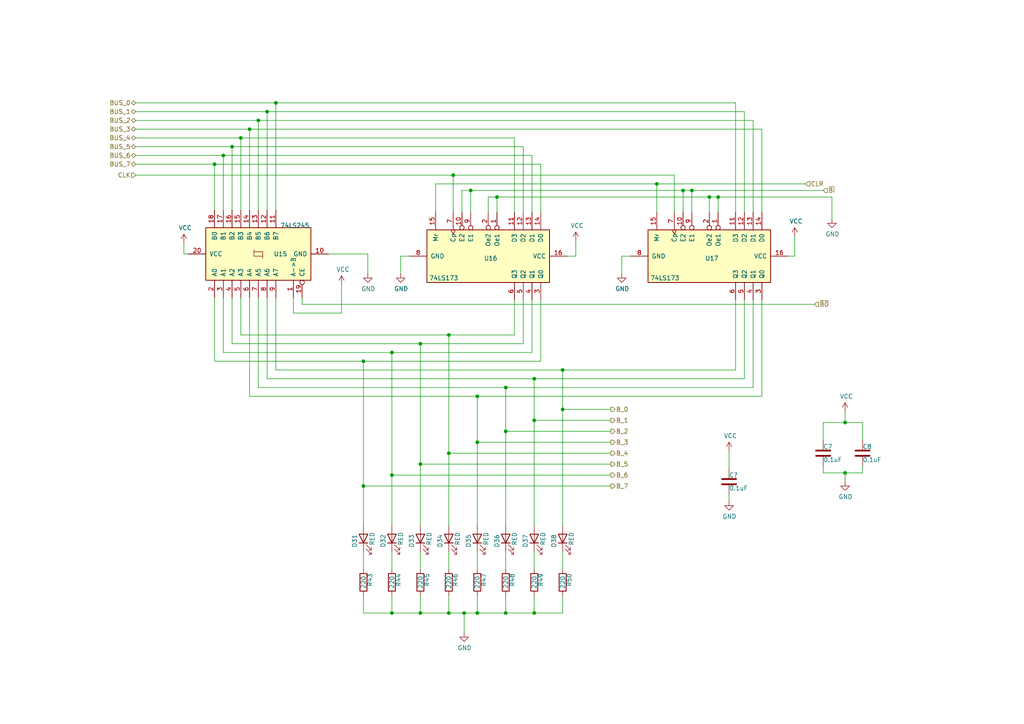
<source format=kicad_sch>
(kicad_sch (version 20230121) (generator eeschema)

  (uuid eea4aab9-0237-4f6e-bf8d-e71f6a804eeb)

  (paper "A4")

  (lib_symbols
    (symbol "74xx:74LS173" (pin_names (offset 1.016)) (in_bom yes) (on_board yes)
      (property "Reference" "U" (at -7.62 19.05 0)
        (effects (font (size 1.27 1.27)))
      )
      (property "Value" "74LS173" (at -7.62 -19.05 0)
        (effects (font (size 1.27 1.27)))
      )
      (property "Footprint" "" (at 0 0 0)
        (effects (font (size 1.27 1.27)) hide)
      )
      (property "Datasheet" "http://www.ti.com/lit/gpn/sn74LS173" (at 0 0 0)
        (effects (font (size 1.27 1.27)) hide)
      )
      (property "ki_locked" "" (at 0 0 0)
        (effects (font (size 1.27 1.27)))
      )
      (property "ki_keywords" "TTL REG REG4 3State DFF" (at 0 0 0)
        (effects (font (size 1.27 1.27)) hide)
      )
      (property "ki_description" "4-bit D-type Register, 3 state out" (at 0 0 0)
        (effects (font (size 1.27 1.27)) hide)
      )
      (property "ki_fp_filters" "DIP?16*" (at 0 0 0)
        (effects (font (size 1.27 1.27)) hide)
      )
      (symbol "74LS173_1_0"
        (pin input inverted (at -12.7 2.54 0) (length 5.08)
          (name "Oe1" (effects (font (size 1.27 1.27))))
          (number "1" (effects (font (size 1.27 1.27))))
        )
        (pin input inverted (at -12.7 -7.62 0) (length 5.08)
          (name "E2" (effects (font (size 1.27 1.27))))
          (number "10" (effects (font (size 1.27 1.27))))
        )
        (pin input line (at -12.7 7.62 0) (length 5.08)
          (name "D3" (effects (font (size 1.27 1.27))))
          (number "11" (effects (font (size 1.27 1.27))))
        )
        (pin input line (at -12.7 10.16 0) (length 5.08)
          (name "D2" (effects (font (size 1.27 1.27))))
          (number "12" (effects (font (size 1.27 1.27))))
        )
        (pin input line (at -12.7 12.7 0) (length 5.08)
          (name "D1" (effects (font (size 1.27 1.27))))
          (number "13" (effects (font (size 1.27 1.27))))
        )
        (pin input line (at -12.7 15.24 0) (length 5.08)
          (name "D0" (effects (font (size 1.27 1.27))))
          (number "14" (effects (font (size 1.27 1.27))))
        )
        (pin input line (at -12.7 -15.24 0) (length 5.08)
          (name "Mr" (effects (font (size 1.27 1.27))))
          (number "15" (effects (font (size 1.27 1.27))))
        )
        (pin power_in line (at 0 22.86 270) (length 5.08)
          (name "VCC" (effects (font (size 1.27 1.27))))
          (number "16" (effects (font (size 1.27 1.27))))
        )
        (pin input inverted (at -12.7 0 0) (length 5.08)
          (name "Oe2" (effects (font (size 1.27 1.27))))
          (number "2" (effects (font (size 1.27 1.27))))
        )
        (pin tri_state line (at 12.7 15.24 180) (length 5.08)
          (name "Q0" (effects (font (size 1.27 1.27))))
          (number "3" (effects (font (size 1.27 1.27))))
        )
        (pin tri_state line (at 12.7 12.7 180) (length 5.08)
          (name "Q1" (effects (font (size 1.27 1.27))))
          (number "4" (effects (font (size 1.27 1.27))))
        )
        (pin tri_state line (at 12.7 10.16 180) (length 5.08)
          (name "Q2" (effects (font (size 1.27 1.27))))
          (number "5" (effects (font (size 1.27 1.27))))
        )
        (pin tri_state line (at 12.7 7.62 180) (length 5.08)
          (name "Q3" (effects (font (size 1.27 1.27))))
          (number "6" (effects (font (size 1.27 1.27))))
        )
        (pin input clock (at -12.7 -10.16 0) (length 5.08)
          (name "Cp" (effects (font (size 1.27 1.27))))
          (number "7" (effects (font (size 1.27 1.27))))
        )
        (pin power_in line (at 0 -22.86 90) (length 5.08)
          (name "GND" (effects (font (size 1.27 1.27))))
          (number "8" (effects (font (size 1.27 1.27))))
        )
        (pin input inverted (at -12.7 -5.08 0) (length 5.08)
          (name "E1" (effects (font (size 1.27 1.27))))
          (number "9" (effects (font (size 1.27 1.27))))
        )
      )
      (symbol "74LS173_1_1"
        (rectangle (start -7.62 17.78) (end 7.62 -17.78)
          (stroke (width 0.254) (type default))
          (fill (type background))
        )
      )
    )
    (symbol "74xx:74LS245" (pin_names (offset 1.016)) (in_bom yes) (on_board yes)
      (property "Reference" "U" (at -7.62 16.51 0)
        (effects (font (size 1.27 1.27)))
      )
      (property "Value" "74LS245" (at -7.62 -16.51 0)
        (effects (font (size 1.27 1.27)))
      )
      (property "Footprint" "" (at 0 0 0)
        (effects (font (size 1.27 1.27)) hide)
      )
      (property "Datasheet" "http://www.ti.com/lit/gpn/sn74LS245" (at 0 0 0)
        (effects (font (size 1.27 1.27)) hide)
      )
      (property "ki_locked" "" (at 0 0 0)
        (effects (font (size 1.27 1.27)))
      )
      (property "ki_keywords" "TTL BUS 3State" (at 0 0 0)
        (effects (font (size 1.27 1.27)) hide)
      )
      (property "ki_description" "Octal BUS Transceivers, 3-State outputs" (at 0 0 0)
        (effects (font (size 1.27 1.27)) hide)
      )
      (property "ki_fp_filters" "DIP?20*" (at 0 0 0)
        (effects (font (size 1.27 1.27)) hide)
      )
      (symbol "74LS245_1_0"
        (polyline
          (pts
            (xy -0.635 -1.27)
            (xy -0.635 1.27)
            (xy 0.635 1.27)
          )
          (stroke (width 0) (type default))
          (fill (type none))
        )
        (polyline
          (pts
            (xy -1.27 -1.27)
            (xy 0.635 -1.27)
            (xy 0.635 1.27)
            (xy 1.27 1.27)
          )
          (stroke (width 0) (type default))
          (fill (type none))
        )
        (pin input line (at -12.7 -10.16 0) (length 5.08)
          (name "A->B" (effects (font (size 1.27 1.27))))
          (number "1" (effects (font (size 1.27 1.27))))
        )
        (pin power_in line (at 0 -20.32 90) (length 5.08)
          (name "GND" (effects (font (size 1.27 1.27))))
          (number "10" (effects (font (size 1.27 1.27))))
        )
        (pin tri_state line (at 12.7 -5.08 180) (length 5.08)
          (name "B7" (effects (font (size 1.27 1.27))))
          (number "11" (effects (font (size 1.27 1.27))))
        )
        (pin tri_state line (at 12.7 -2.54 180) (length 5.08)
          (name "B6" (effects (font (size 1.27 1.27))))
          (number "12" (effects (font (size 1.27 1.27))))
        )
        (pin tri_state line (at 12.7 0 180) (length 5.08)
          (name "B5" (effects (font (size 1.27 1.27))))
          (number "13" (effects (font (size 1.27 1.27))))
        )
        (pin tri_state line (at 12.7 2.54 180) (length 5.08)
          (name "B4" (effects (font (size 1.27 1.27))))
          (number "14" (effects (font (size 1.27 1.27))))
        )
        (pin tri_state line (at 12.7 5.08 180) (length 5.08)
          (name "B3" (effects (font (size 1.27 1.27))))
          (number "15" (effects (font (size 1.27 1.27))))
        )
        (pin tri_state line (at 12.7 7.62 180) (length 5.08)
          (name "B2" (effects (font (size 1.27 1.27))))
          (number "16" (effects (font (size 1.27 1.27))))
        )
        (pin tri_state line (at 12.7 10.16 180) (length 5.08)
          (name "B1" (effects (font (size 1.27 1.27))))
          (number "17" (effects (font (size 1.27 1.27))))
        )
        (pin tri_state line (at 12.7 12.7 180) (length 5.08)
          (name "B0" (effects (font (size 1.27 1.27))))
          (number "18" (effects (font (size 1.27 1.27))))
        )
        (pin input inverted (at -12.7 -12.7 0) (length 5.08)
          (name "CE" (effects (font (size 1.27 1.27))))
          (number "19" (effects (font (size 1.27 1.27))))
        )
        (pin tri_state line (at -12.7 12.7 0) (length 5.08)
          (name "A0" (effects (font (size 1.27 1.27))))
          (number "2" (effects (font (size 1.27 1.27))))
        )
        (pin power_in line (at 0 20.32 270) (length 5.08)
          (name "VCC" (effects (font (size 1.27 1.27))))
          (number "20" (effects (font (size 1.27 1.27))))
        )
        (pin tri_state line (at -12.7 10.16 0) (length 5.08)
          (name "A1" (effects (font (size 1.27 1.27))))
          (number "3" (effects (font (size 1.27 1.27))))
        )
        (pin tri_state line (at -12.7 7.62 0) (length 5.08)
          (name "A2" (effects (font (size 1.27 1.27))))
          (number "4" (effects (font (size 1.27 1.27))))
        )
        (pin tri_state line (at -12.7 5.08 0) (length 5.08)
          (name "A3" (effects (font (size 1.27 1.27))))
          (number "5" (effects (font (size 1.27 1.27))))
        )
        (pin tri_state line (at -12.7 2.54 0) (length 5.08)
          (name "A4" (effects (font (size 1.27 1.27))))
          (number "6" (effects (font (size 1.27 1.27))))
        )
        (pin tri_state line (at -12.7 0 0) (length 5.08)
          (name "A5" (effects (font (size 1.27 1.27))))
          (number "7" (effects (font (size 1.27 1.27))))
        )
        (pin tri_state line (at -12.7 -2.54 0) (length 5.08)
          (name "A6" (effects (font (size 1.27 1.27))))
          (number "8" (effects (font (size 1.27 1.27))))
        )
        (pin tri_state line (at -12.7 -5.08 0) (length 5.08)
          (name "A7" (effects (font (size 1.27 1.27))))
          (number "9" (effects (font (size 1.27 1.27))))
        )
      )
      (symbol "74LS245_1_1"
        (rectangle (start -7.62 15.24) (end 7.62 -15.24)
          (stroke (width 0.254) (type default))
          (fill (type background))
        )
      )
    )
    (symbol "Device:C" (pin_numbers hide) (pin_names (offset 0.254)) (in_bom yes) (on_board yes)
      (property "Reference" "C" (at 0.635 2.54 0)
        (effects (font (size 1.27 1.27)) (justify left))
      )
      (property "Value" "C" (at 0.635 -2.54 0)
        (effects (font (size 1.27 1.27)) (justify left))
      )
      (property "Footprint" "" (at 0.9652 -3.81 0)
        (effects (font (size 1.27 1.27)) hide)
      )
      (property "Datasheet" "~" (at 0 0 0)
        (effects (font (size 1.27 1.27)) hide)
      )
      (property "ki_keywords" "cap capacitor" (at 0 0 0)
        (effects (font (size 1.27 1.27)) hide)
      )
      (property "ki_description" "Unpolarized capacitor" (at 0 0 0)
        (effects (font (size 1.27 1.27)) hide)
      )
      (property "ki_fp_filters" "C_*" (at 0 0 0)
        (effects (font (size 1.27 1.27)) hide)
      )
      (symbol "C_0_1"
        (polyline
          (pts
            (xy -2.032 -0.762)
            (xy 2.032 -0.762)
          )
          (stroke (width 0.508) (type default))
          (fill (type none))
        )
        (polyline
          (pts
            (xy -2.032 0.762)
            (xy 2.032 0.762)
          )
          (stroke (width 0.508) (type default))
          (fill (type none))
        )
      )
      (symbol "C_1_1"
        (pin passive line (at 0 3.81 270) (length 2.794)
          (name "~" (effects (font (size 1.27 1.27))))
          (number "1" (effects (font (size 1.27 1.27))))
        )
        (pin passive line (at 0 -3.81 90) (length 2.794)
          (name "~" (effects (font (size 1.27 1.27))))
          (number "2" (effects (font (size 1.27 1.27))))
        )
      )
    )
    (symbol "Device:LED" (pin_numbers hide) (pin_names (offset 1.016) hide) (in_bom yes) (on_board yes)
      (property "Reference" "D" (at 0 2.54 0)
        (effects (font (size 1.27 1.27)))
      )
      (property "Value" "LED" (at 0 -2.54 0)
        (effects (font (size 1.27 1.27)))
      )
      (property "Footprint" "" (at 0 0 0)
        (effects (font (size 1.27 1.27)) hide)
      )
      (property "Datasheet" "~" (at 0 0 0)
        (effects (font (size 1.27 1.27)) hide)
      )
      (property "ki_keywords" "LED diode" (at 0 0 0)
        (effects (font (size 1.27 1.27)) hide)
      )
      (property "ki_description" "Light emitting diode" (at 0 0 0)
        (effects (font (size 1.27 1.27)) hide)
      )
      (property "ki_fp_filters" "LED* LED_SMD:* LED_THT:*" (at 0 0 0)
        (effects (font (size 1.27 1.27)) hide)
      )
      (symbol "LED_0_1"
        (polyline
          (pts
            (xy -1.27 -1.27)
            (xy -1.27 1.27)
          )
          (stroke (width 0.254) (type default))
          (fill (type none))
        )
        (polyline
          (pts
            (xy -1.27 0)
            (xy 1.27 0)
          )
          (stroke (width 0) (type default))
          (fill (type none))
        )
        (polyline
          (pts
            (xy 1.27 -1.27)
            (xy 1.27 1.27)
            (xy -1.27 0)
            (xy 1.27 -1.27)
          )
          (stroke (width 0.254) (type default))
          (fill (type none))
        )
        (polyline
          (pts
            (xy -3.048 -0.762)
            (xy -4.572 -2.286)
            (xy -3.81 -2.286)
            (xy -4.572 -2.286)
            (xy -4.572 -1.524)
          )
          (stroke (width 0) (type default))
          (fill (type none))
        )
        (polyline
          (pts
            (xy -1.778 -0.762)
            (xy -3.302 -2.286)
            (xy -2.54 -2.286)
            (xy -3.302 -2.286)
            (xy -3.302 -1.524)
          )
          (stroke (width 0) (type default))
          (fill (type none))
        )
      )
      (symbol "LED_1_1"
        (pin passive line (at -3.81 0 0) (length 2.54)
          (name "K" (effects (font (size 1.27 1.27))))
          (number "1" (effects (font (size 1.27 1.27))))
        )
        (pin passive line (at 3.81 0 180) (length 2.54)
          (name "A" (effects (font (size 1.27 1.27))))
          (number "2" (effects (font (size 1.27 1.27))))
        )
      )
    )
    (symbol "Device:R" (pin_numbers hide) (pin_names (offset 0)) (in_bom yes) (on_board yes)
      (property "Reference" "R" (at 2.032 0 90)
        (effects (font (size 1.27 1.27)))
      )
      (property "Value" "R" (at 0 0 90)
        (effects (font (size 1.27 1.27)))
      )
      (property "Footprint" "" (at -1.778 0 90)
        (effects (font (size 1.27 1.27)) hide)
      )
      (property "Datasheet" "~" (at 0 0 0)
        (effects (font (size 1.27 1.27)) hide)
      )
      (property "ki_keywords" "R res resistor" (at 0 0 0)
        (effects (font (size 1.27 1.27)) hide)
      )
      (property "ki_description" "Resistor" (at 0 0 0)
        (effects (font (size 1.27 1.27)) hide)
      )
      (property "ki_fp_filters" "R_*" (at 0 0 0)
        (effects (font (size 1.27 1.27)) hide)
      )
      (symbol "R_0_1"
        (rectangle (start -1.016 -2.54) (end 1.016 2.54)
          (stroke (width 0.254) (type default))
          (fill (type none))
        )
      )
      (symbol "R_1_1"
        (pin passive line (at 0 3.81 270) (length 1.27)
          (name "~" (effects (font (size 1.27 1.27))))
          (number "1" (effects (font (size 1.27 1.27))))
        )
        (pin passive line (at 0 -3.81 90) (length 1.27)
          (name "~" (effects (font (size 1.27 1.27))))
          (number "2" (effects (font (size 1.27 1.27))))
        )
      )
    )
    (symbol "power:GND" (power) (pin_names (offset 0)) (in_bom yes) (on_board yes)
      (property "Reference" "#PWR" (at 0 -6.35 0)
        (effects (font (size 1.27 1.27)) hide)
      )
      (property "Value" "GND" (at 0 -3.81 0)
        (effects (font (size 1.27 1.27)))
      )
      (property "Footprint" "" (at 0 0 0)
        (effects (font (size 1.27 1.27)) hide)
      )
      (property "Datasheet" "" (at 0 0 0)
        (effects (font (size 1.27 1.27)) hide)
      )
      (property "ki_keywords" "global power" (at 0 0 0)
        (effects (font (size 1.27 1.27)) hide)
      )
      (property "ki_description" "Power symbol creates a global label with name \"GND\" , ground" (at 0 0 0)
        (effects (font (size 1.27 1.27)) hide)
      )
      (symbol "GND_0_1"
        (polyline
          (pts
            (xy 0 0)
            (xy 0 -1.27)
            (xy 1.27 -1.27)
            (xy 0 -2.54)
            (xy -1.27 -1.27)
            (xy 0 -1.27)
          )
          (stroke (width 0) (type default))
          (fill (type none))
        )
      )
      (symbol "GND_1_1"
        (pin power_in line (at 0 0 270) (length 0) hide
          (name "GND" (effects (font (size 1.27 1.27))))
          (number "1" (effects (font (size 1.27 1.27))))
        )
      )
    )
    (symbol "power:VCC" (power) (pin_names (offset 0)) (in_bom yes) (on_board yes)
      (property "Reference" "#PWR" (at 0 -3.81 0)
        (effects (font (size 1.27 1.27)) hide)
      )
      (property "Value" "VCC" (at 0 3.81 0)
        (effects (font (size 1.27 1.27)))
      )
      (property "Footprint" "" (at 0 0 0)
        (effects (font (size 1.27 1.27)) hide)
      )
      (property "Datasheet" "" (at 0 0 0)
        (effects (font (size 1.27 1.27)) hide)
      )
      (property "ki_keywords" "global power" (at 0 0 0)
        (effects (font (size 1.27 1.27)) hide)
      )
      (property "ki_description" "Power symbol creates a global label with name \"VCC\"" (at 0 0 0)
        (effects (font (size 1.27 1.27)) hide)
      )
      (symbol "VCC_0_1"
        (polyline
          (pts
            (xy -0.762 1.27)
            (xy 0 2.54)
          )
          (stroke (width 0) (type default))
          (fill (type none))
        )
        (polyline
          (pts
            (xy 0 0)
            (xy 0 2.54)
          )
          (stroke (width 0) (type default))
          (fill (type none))
        )
        (polyline
          (pts
            (xy 0 2.54)
            (xy 0.762 1.27)
          )
          (stroke (width 0) (type default))
          (fill (type none))
        )
      )
      (symbol "VCC_1_1"
        (pin power_in line (at 0 0 90) (length 0) hide
          (name "VCC" (effects (font (size 1.27 1.27))))
          (number "1" (effects (font (size 1.27 1.27))))
        )
      )
    )
  )

  (junction (at 130.175 131.445) (diameter 0) (color 0 0 0 0)
    (uuid 06272f06-dab5-4204-838d-e47cf465a59a)
  )
  (junction (at 113.665 102.235) (diameter 0) (color 0 0 0 0)
    (uuid 0b3027f6-eacd-4c71-b812-3b6f7fe1674f)
  )
  (junction (at 138.43 114.935) (diameter 0) (color 0 0 0 0)
    (uuid 0ce552ee-34bc-44e7-9f49-e08c23cc8ea9)
  )
  (junction (at 113.665 137.795) (diameter 0) (color 0 0 0 0)
    (uuid 18975f18-30f8-4d7c-a03a-86032ac4852b)
  )
  (junction (at 154.94 121.92) (diameter 0) (color 0 0 0 0)
    (uuid 1c9f6f4f-cc25-4168-b8a0-73fd2f946abd)
  )
  (junction (at 138.43 177.8) (diameter 0) (color 0 0 0 0)
    (uuid 1e92e265-c52e-4ab8-a6e7-13ef3bfdc8a4)
  )
  (junction (at 105.41 140.97) (diameter 0) (color 0 0 0 0)
    (uuid 2454d9b9-10dd-449a-bbf0-160cd83a3f3b)
  )
  (junction (at 62.23 47.625) (diameter 0) (color 0 0 0 0)
    (uuid 2beee350-1235-42cb-9051-8437c3324f59)
  )
  (junction (at 80.01 29.845) (diameter 0) (color 0 0 0 0)
    (uuid 2c4a42bc-d677-48f2-8eea-e637a67be752)
  )
  (junction (at 121.92 177.8) (diameter 0) (color 0 0 0 0)
    (uuid 33d96530-d6e1-4a60-8676-8dcd98dbc5d7)
  )
  (junction (at 105.41 104.775) (diameter 0) (color 0 0 0 0)
    (uuid 3fb83ae3-cfc5-4c10-955a-90da915ed743)
  )
  (junction (at 113.665 177.8) (diameter 0) (color 0 0 0 0)
    (uuid 4a5f2bca-580f-4ff9-9690-440f6ebac915)
  )
  (junction (at 131.445 50.8) (diameter 0) (color 0 0 0 0)
    (uuid 53351368-71f8-4e6c-aaf7-5a5070d6c6c3)
  )
  (junction (at 163.195 118.745) (diameter 0) (color 0 0 0 0)
    (uuid 5c00e355-098c-4b38-b043-ee2c90f78286)
  )
  (junction (at 154.94 109.855) (diameter 0) (color 0 0 0 0)
    (uuid 5fc47c73-9c72-4bdc-bb06-11315fda47c0)
  )
  (junction (at 144.145 57.15) (diameter 0) (color 0 0 0 0)
    (uuid 60621b36-7896-4b10-8f08-c96dcb2644a3)
  )
  (junction (at 72.39 37.465) (diameter 0) (color 0 0 0 0)
    (uuid 635e23f0-edbe-4a90-8b0f-ca324828cd1a)
  )
  (junction (at 121.92 134.62) (diameter 0) (color 0 0 0 0)
    (uuid 6555a874-9a48-4719-9d32-01aa52b59295)
  )
  (junction (at 146.685 125.095) (diameter 0) (color 0 0 0 0)
    (uuid 6c89fd0e-30b8-4ddc-a2db-f9c3796ba42f)
  )
  (junction (at 134.62 177.8) (diameter 0) (color 0 0 0 0)
    (uuid 76077dc9-ec0d-4410-a3c4-9e48e2d4ef60)
  )
  (junction (at 64.77 45.085) (diameter 0) (color 0 0 0 0)
    (uuid 77618fbc-80c8-48ae-96f1-6604f2a02966)
  )
  (junction (at 146.685 177.8) (diameter 0) (color 0 0 0 0)
    (uuid 808f0d4f-e1c9-4a71-9528-e5607e7b21d2)
  )
  (junction (at 154.94 177.8) (diameter 0) (color 0 0 0 0)
    (uuid 85da230e-ce45-4b3f-86b8-a66d048781d0)
  )
  (junction (at 190.5 53.34) (diameter 0) (color 0 0 0 0)
    (uuid 9020ea77-52fe-482d-8619-4f4dc621730e)
  )
  (junction (at 67.31 42.545) (diameter 0) (color 0 0 0 0)
    (uuid 9473b2ab-ea07-4704-8703-11aa1f1a5e18)
  )
  (junction (at 77.47 32.385) (diameter 0) (color 0 0 0 0)
    (uuid 9a802743-b0ec-4b69-8759-38b9205228ec)
  )
  (junction (at 245.11 137.16) (diameter 0) (color 0 0 0 0)
    (uuid 9daf6f87-c5b3-474e-874e-3c86c1ac57b5)
  )
  (junction (at 200.66 55.245) (diameter 0) (color 0 0 0 0)
    (uuid a0e4e6b6-dbc5-4df0-a7da-9da657d486ed)
  )
  (junction (at 136.525 55.245) (diameter 0) (color 0 0 0 0)
    (uuid ab7acad7-8238-4ae6-a5ae-1bda3ba5525e)
  )
  (junction (at 208.28 57.15) (diameter 0) (color 0 0 0 0)
    (uuid aced3ecf-6ced-48d9-83a6-b71fe758c746)
  )
  (junction (at 74.93 34.925) (diameter 0) (color 0 0 0 0)
    (uuid b5c79836-438f-45a5-8e3e-eaa361856fd4)
  )
  (junction (at 138.43 128.27) (diameter 0) (color 0 0 0 0)
    (uuid b852dc02-8649-408a-a7ea-a9d54e6ce32d)
  )
  (junction (at 130.175 177.8) (diameter 0) (color 0 0 0 0)
    (uuid c5e31770-674d-4b37-a855-e7003b1ef9de)
  )
  (junction (at 205.74 57.15) (diameter 0) (color 0 0 0 0)
    (uuid d0bc82b9-1e2e-4cd6-ba7c-91b2c00a7479)
  )
  (junction (at 146.685 112.395) (diameter 0) (color 0 0 0 0)
    (uuid df000f8f-118c-4ed0-97ae-797665c7b50d)
  )
  (junction (at 198.12 55.245) (diameter 0) (color 0 0 0 0)
    (uuid df43daa4-bd24-46e0-8844-294556630d31)
  )
  (junction (at 121.92 99.695) (diameter 0) (color 0 0 0 0)
    (uuid e68d73b5-9319-43a7-953e-08a426366425)
  )
  (junction (at 130.175 97.155) (diameter 0) (color 0 0 0 0)
    (uuid ea891955-445a-47c4-a28d-8ac10a872fcd)
  )
  (junction (at 245.11 122.555) (diameter 0) (color 0 0 0 0)
    (uuid ecd894a2-93a4-4481-9299-2b138afcebaa)
  )
  (junction (at 69.85 40.005) (diameter 0) (color 0 0 0 0)
    (uuid f94b610e-030e-48b8-ac5a-535a667d0fd0)
  )
  (junction (at 163.195 107.315) (diameter 0) (color 0 0 0 0)
    (uuid fffffbc0-9312-4323-af58-64b62b8ff6d0)
  )

  (wire (pts (xy 190.5 53.34) (xy 190.5 61.595))
    (stroke (width 0) (type default))
    (uuid 02c66c24-dd6a-4e45-a80f-db49d49734c0)
  )
  (wire (pts (xy 218.44 112.395) (xy 218.44 86.995))
    (stroke (width 0) (type default))
    (uuid 04db4dc9-7771-447c-a6d2-5ac14015fd5d)
  )
  (wire (pts (xy 105.41 104.775) (xy 105.41 140.97))
    (stroke (width 0) (type default))
    (uuid 0686a898-2f33-4b99-9ce2-0ffa683fa815)
  )
  (wire (pts (xy 208.28 57.15) (xy 241.3 57.15))
    (stroke (width 0) (type default))
    (uuid 080ab331-c232-4d29-9b51-4ceade0a7089)
  )
  (wire (pts (xy 136.525 55.245) (xy 198.12 55.245))
    (stroke (width 0) (type default))
    (uuid 0a076b79-7863-41b7-9af2-36a514dee9a8)
  )
  (wire (pts (xy 156.845 104.775) (xy 156.845 86.995))
    (stroke (width 0) (type default))
    (uuid 0b148683-e90f-4ab7-b6cc-067f2035d35d)
  )
  (wire (pts (xy 113.665 102.235) (xy 113.665 137.795))
    (stroke (width 0) (type default))
    (uuid 0efc010f-a897-4fc0-99c9-1e5e0941a77f)
  )
  (wire (pts (xy 154.94 172.72) (xy 154.94 177.8))
    (stroke (width 0) (type default))
    (uuid 0fad6c28-9366-42b0-914f-734e08bdc2ca)
  )
  (wire (pts (xy 64.77 86.36) (xy 64.77 102.235))
    (stroke (width 0) (type default))
    (uuid 11c58452-bd42-4651-8df5-864c1f9bf308)
  )
  (wire (pts (xy 62.23 47.625) (xy 156.845 47.625))
    (stroke (width 0) (type default))
    (uuid 12ecd0a5-f536-4695-9707-49ebe04f0124)
  )
  (wire (pts (xy 208.28 57.15) (xy 208.28 61.595))
    (stroke (width 0) (type default))
    (uuid 14318c4e-1119-471d-afee-20b4fc3347d2)
  )
  (wire (pts (xy 138.43 128.27) (xy 138.43 152.4))
    (stroke (width 0) (type default))
    (uuid 15cee9dd-402c-43b6-8365-19e2591a55b9)
  )
  (wire (pts (xy 177.165 118.745) (xy 163.195 118.745))
    (stroke (width 0) (type default))
    (uuid 1639844c-9655-45c3-87e8-265e086e2436)
  )
  (wire (pts (xy 113.665 177.8) (xy 121.92 177.8))
    (stroke (width 0) (type default))
    (uuid 1732827c-ae1e-4eb0-b89a-6cd6e1ee4cd6)
  )
  (wire (pts (xy 74.93 60.96) (xy 74.93 34.925))
    (stroke (width 0) (type default))
    (uuid 176f7ab6-122d-4658-9111-b28f9a8518b0)
  )
  (wire (pts (xy 177.165 128.27) (xy 138.43 128.27))
    (stroke (width 0) (type default))
    (uuid 198d1c30-eff6-4680-83f7-b7caea5ebc6e)
  )
  (wire (pts (xy 85.09 86.36) (xy 85.09 90.805))
    (stroke (width 0) (type default))
    (uuid 19925abb-01ba-483e-b2d6-6185413d209c)
  )
  (wire (pts (xy 230.505 74.295) (xy 228.6 74.295))
    (stroke (width 0) (type default))
    (uuid 1a48dde8-3868-4872-a30b-335c4f1ef469)
  )
  (wire (pts (xy 62.23 47.625) (xy 62.23 60.96))
    (stroke (width 0) (type default))
    (uuid 1a80cc4a-6bb9-48f0-bf55-4a60a4d374a1)
  )
  (wire (pts (xy 213.36 107.315) (xy 213.36 86.995))
    (stroke (width 0) (type default))
    (uuid 1bec085f-5efe-44cf-98ba-fcff1a3d14df)
  )
  (wire (pts (xy 133.985 61.595) (xy 133.985 55.245))
    (stroke (width 0) (type default))
    (uuid 1f005a07-9eb2-4d7d-b408-15c61e0a3ae4)
  )
  (wire (pts (xy 80.01 29.845) (xy 213.36 29.845))
    (stroke (width 0) (type default))
    (uuid 20f46038-22c2-4a6e-af21-ed14c3d287c1)
  )
  (wire (pts (xy 39.37 34.925) (xy 74.93 34.925))
    (stroke (width 0) (type default))
    (uuid 2214a116-437d-4cbc-91d2-8b32febb2cb5)
  )
  (wire (pts (xy 190.5 53.34) (xy 233.68 53.34))
    (stroke (width 0) (type default))
    (uuid 22478929-0652-433a-a5ab-b75f9323c1c5)
  )
  (wire (pts (xy 105.41 172.72) (xy 105.41 177.8))
    (stroke (width 0) (type default))
    (uuid 27399e26-ade9-443a-b6a9-edd8be7fa64f)
  )
  (wire (pts (xy 113.665 102.235) (xy 154.305 102.235))
    (stroke (width 0) (type default))
    (uuid 2a16093d-1f89-48a7-94a4-93f34b8aba1d)
  )
  (wire (pts (xy 238.76 137.16) (xy 245.11 137.16))
    (stroke (width 0) (type default))
    (uuid 2b28f0fa-729f-4e0a-a83d-59f8ab53dc56)
  )
  (wire (pts (xy 72.39 114.935) (xy 138.43 114.935))
    (stroke (width 0) (type default))
    (uuid 2fb82f6b-f0a6-49c7-86e5-97b409f92849)
  )
  (wire (pts (xy 154.305 45.085) (xy 154.305 61.595))
    (stroke (width 0) (type default))
    (uuid 3025c6e9-5e06-43f9-a1ff-417c84f0bbaf)
  )
  (wire (pts (xy 130.175 97.155) (xy 130.175 131.445))
    (stroke (width 0) (type default))
    (uuid 30270e1f-006e-4c54-80f4-00fd3625e2b5)
  )
  (wire (pts (xy 198.12 55.245) (xy 200.66 55.245))
    (stroke (width 0) (type default))
    (uuid 316a3804-b55a-4e2f-8de7-50a6b47712f5)
  )
  (wire (pts (xy 118.745 74.295) (xy 116.205 74.295))
    (stroke (width 0) (type default))
    (uuid 31a1038d-59bc-4cd8-b914-5e78d6d3fdde)
  )
  (wire (pts (xy 180.34 74.295) (xy 180.34 79.375))
    (stroke (width 0) (type default))
    (uuid 323c0c24-2dba-4079-9f82-fb8fccca0014)
  )
  (wire (pts (xy 177.165 125.095) (xy 146.685 125.095))
    (stroke (width 0) (type default))
    (uuid 34366de3-be6e-4995-b157-7ed84e1205b2)
  )
  (wire (pts (xy 85.09 90.805) (xy 99.06 90.805))
    (stroke (width 0) (type default))
    (uuid 346eea40-e180-4a86-9231-8420b0fe6083)
  )
  (wire (pts (xy 151.765 99.695) (xy 151.765 86.995))
    (stroke (width 0) (type default))
    (uuid 35c08490-6b68-4a10-b46c-389663166354)
  )
  (wire (pts (xy 182.88 74.295) (xy 180.34 74.295))
    (stroke (width 0) (type default))
    (uuid 375a42e9-2600-4d8c-ab5a-9a2889d2310b)
  )
  (wire (pts (xy 113.665 137.795) (xy 113.665 152.4))
    (stroke (width 0) (type default))
    (uuid 39987fa3-ccc3-4200-9c9d-1774aa7088a0)
  )
  (wire (pts (xy 77.47 32.385) (xy 39.37 32.385))
    (stroke (width 0) (type default))
    (uuid 39b087a5-7c8b-4685-b7e6-f3a51416fee0)
  )
  (wire (pts (xy 130.175 131.445) (xy 130.175 152.4))
    (stroke (width 0) (type default))
    (uuid 3b626088-5d48-4494-a01f-bb505f1ffd73)
  )
  (wire (pts (xy 211.455 143.51) (xy 211.455 145.415))
    (stroke (width 0) (type default))
    (uuid 3f54e561-b36f-4a8c-bb12-c853af12039c)
  )
  (wire (pts (xy 138.43 177.8) (xy 146.685 177.8))
    (stroke (width 0) (type default))
    (uuid 3f89234e-74f9-44cd-aaea-14e6515e0523)
  )
  (wire (pts (xy 144.145 57.15) (xy 144.145 61.595))
    (stroke (width 0) (type default))
    (uuid 410c2e19-9aaa-4c6d-b3c2-062472ec3ea5)
  )
  (wire (pts (xy 39.37 29.845) (xy 80.01 29.845))
    (stroke (width 0) (type default))
    (uuid 414736c3-c184-4a61-83e6-f464cbd81d33)
  )
  (wire (pts (xy 39.37 40.005) (xy 69.85 40.005))
    (stroke (width 0) (type default))
    (uuid 42b75564-89ec-4251-b477-15324de032d3)
  )
  (wire (pts (xy 213.36 29.845) (xy 213.36 61.595))
    (stroke (width 0) (type default))
    (uuid 4344881c-62ab-412d-b532-1fe0dae707a1)
  )
  (wire (pts (xy 250.19 127.635) (xy 250.19 122.555))
    (stroke (width 0) (type default))
    (uuid 4591f6d5-c4f2-41d0-abd0-e1487c64171e)
  )
  (wire (pts (xy 146.685 172.72) (xy 146.685 177.8))
    (stroke (width 0) (type default))
    (uuid 45bbc605-5371-492f-9c60-9646a00d088d)
  )
  (wire (pts (xy 134.62 177.8) (xy 138.43 177.8))
    (stroke (width 0) (type default))
    (uuid 4607ab79-4614-4140-9693-665b95c00418)
  )
  (wire (pts (xy 62.23 86.36) (xy 62.23 104.775))
    (stroke (width 0) (type default))
    (uuid 474240dc-508e-402a-b262-3a7c1cb8c232)
  )
  (wire (pts (xy 72.39 37.465) (xy 220.98 37.465))
    (stroke (width 0) (type default))
    (uuid 49617ffc-ce30-4689-9123-354d3a6c5fa4)
  )
  (wire (pts (xy 87.63 86.36) (xy 87.63 88.265))
    (stroke (width 0) (type default))
    (uuid 4cde21d2-d5ca-4715-bd4f-4b1873829632)
  )
  (wire (pts (xy 121.92 160.02) (xy 121.92 165.1))
    (stroke (width 0) (type default))
    (uuid 4e5bfe7a-52c0-4671-b1fd-aad8d9d35273)
  )
  (wire (pts (xy 154.94 121.92) (xy 154.94 152.4))
    (stroke (width 0) (type default))
    (uuid 50318583-3c7b-41d5-a530-9c29e99d90e8)
  )
  (wire (pts (xy 154.94 109.855) (xy 215.9 109.855))
    (stroke (width 0) (type default))
    (uuid 51fe9e4b-cff4-4322-86c5-f92055dbdf4d)
  )
  (wire (pts (xy 195.58 50.8) (xy 195.58 61.595))
    (stroke (width 0) (type default))
    (uuid 5380c09a-e92a-448d-9497-1fc1894502f6)
  )
  (wire (pts (xy 105.41 140.97) (xy 105.41 152.4))
    (stroke (width 0) (type default))
    (uuid 56e58dbd-4a53-4b4d-8d44-425927782d54)
  )
  (wire (pts (xy 53.34 70.485) (xy 53.34 73.66))
    (stroke (width 0) (type default))
    (uuid 577c5b32-0610-4b63-bc4a-b8bb0c677eea)
  )
  (wire (pts (xy 141.605 57.15) (xy 144.145 57.15))
    (stroke (width 0) (type default))
    (uuid 5a7ef553-464b-4f8c-bf56-274e3a88fcbb)
  )
  (wire (pts (xy 72.39 86.36) (xy 72.39 114.935))
    (stroke (width 0) (type default))
    (uuid 5bfe2343-2b4d-456e-957a-56a6f6d73e92)
  )
  (wire (pts (xy 69.85 40.005) (xy 69.85 60.96))
    (stroke (width 0) (type default))
    (uuid 5c53f17b-ef00-48d3-8de5-ebb2c441a331)
  )
  (wire (pts (xy 163.195 118.745) (xy 163.195 152.4))
    (stroke (width 0) (type default))
    (uuid 5d2c575a-b5af-4d76-988c-8085502e6bcd)
  )
  (wire (pts (xy 238.76 127.635) (xy 238.76 122.555))
    (stroke (width 0) (type default))
    (uuid 5f8a3ca9-83f0-4ecf-bf88-ee98785b519b)
  )
  (wire (pts (xy 218.44 34.925) (xy 218.44 61.595))
    (stroke (width 0) (type default))
    (uuid 61a0b22c-e07e-4995-ba45-c11a6e19fcca)
  )
  (wire (pts (xy 62.23 104.775) (xy 105.41 104.775))
    (stroke (width 0) (type default))
    (uuid 61bd3a87-2ba8-4744-8590-66b72ffe17b4)
  )
  (wire (pts (xy 121.92 134.62) (xy 121.92 152.4))
    (stroke (width 0) (type default))
    (uuid 621313d9-ef78-4e1d-8278-74376c65e18d)
  )
  (wire (pts (xy 113.665 160.02) (xy 113.665 165.1))
    (stroke (width 0) (type default))
    (uuid 64fe21e5-4fc3-4204-8927-488e4a300acc)
  )
  (wire (pts (xy 99.06 90.805) (xy 99.06 82.55))
    (stroke (width 0) (type default))
    (uuid 69507367-9bf8-4e6d-8320-69f7f601ddbc)
  )
  (wire (pts (xy 74.93 112.395) (xy 146.685 112.395))
    (stroke (width 0) (type default))
    (uuid 6a7d8f32-c741-44a8-8aa9-cf0dabdfaa7c)
  )
  (wire (pts (xy 141.605 61.595) (xy 141.605 57.15))
    (stroke (width 0) (type default))
    (uuid 6a906519-5d1d-479f-92fb-6ce80e944742)
  )
  (wire (pts (xy 67.31 86.36) (xy 67.31 99.695))
    (stroke (width 0) (type default))
    (uuid 6b81f12c-9668-40c4-afcc-55fb13241da2)
  )
  (wire (pts (xy 163.195 107.315) (xy 213.36 107.315))
    (stroke (width 0) (type default))
    (uuid 6c5d335a-2f4c-432e-bde6-64a7f41ff199)
  )
  (wire (pts (xy 138.43 114.935) (xy 138.43 128.27))
    (stroke (width 0) (type default))
    (uuid 6c9fd50f-9b29-4016-a42d-42201d81c950)
  )
  (wire (pts (xy 220.98 114.935) (xy 220.98 86.995))
    (stroke (width 0) (type default))
    (uuid 6e1da1c0-2bb3-4fa5-ac14-02003a225e31)
  )
  (wire (pts (xy 146.685 112.395) (xy 146.685 125.095))
    (stroke (width 0) (type default))
    (uuid 6e50d6ec-62d3-4f64-bfbe-137be4860374)
  )
  (wire (pts (xy 77.47 109.855) (xy 154.94 109.855))
    (stroke (width 0) (type default))
    (uuid 6f8ec2d0-e1fb-41e2-8380-ffb758bcd82f)
  )
  (wire (pts (xy 53.34 73.66) (xy 54.61 73.66))
    (stroke (width 0) (type default))
    (uuid 71f467bd-f788-42e6-9052-365e3e958327)
  )
  (wire (pts (xy 126.365 53.34) (xy 190.5 53.34))
    (stroke (width 0) (type default))
    (uuid 7282f7ef-601b-4263-86b4-aec935dd988c)
  )
  (wire (pts (xy 156.845 47.625) (xy 156.845 61.595))
    (stroke (width 0) (type default))
    (uuid 768c7f93-6840-4330-9a92-b4c7db79454a)
  )
  (wire (pts (xy 154.305 102.235) (xy 154.305 86.995))
    (stroke (width 0) (type default))
    (uuid 771a4d18-935f-4bcb-b976-b337ce8bcab4)
  )
  (wire (pts (xy 72.39 37.465) (xy 72.39 60.96))
    (stroke (width 0) (type default))
    (uuid 7bd0b9b0-b85e-4619-9e75-9081db8e8cd0)
  )
  (wire (pts (xy 126.365 61.595) (xy 126.365 53.34))
    (stroke (width 0) (type default))
    (uuid 7cf5ff9e-fff0-4b39-bb64-4fe41fe0914d)
  )
  (wire (pts (xy 149.225 97.155) (xy 149.225 86.995))
    (stroke (width 0) (type default))
    (uuid 7e841206-0f3d-4471-89fe-4588b5bfa584)
  )
  (wire (pts (xy 138.43 160.02) (xy 138.43 165.1))
    (stroke (width 0) (type default))
    (uuid 7ee60452-ea49-486d-bc90-8d9bb6a1860b)
  )
  (wire (pts (xy 230.505 68.58) (xy 230.505 74.295))
    (stroke (width 0) (type default))
    (uuid 802b1269-6481-49d4-8a6e-384020c3b377)
  )
  (wire (pts (xy 245.11 119.38) (xy 245.11 122.555))
    (stroke (width 0) (type default))
    (uuid 80969917-c8a5-4a77-94ef-0d251caae9c1)
  )
  (wire (pts (xy 200.66 55.245) (xy 200.66 61.595))
    (stroke (width 0) (type default))
    (uuid 8743eced-88b0-4ad9-8cc2-d70cc8d701d9)
  )
  (wire (pts (xy 154.94 109.855) (xy 154.94 121.92))
    (stroke (width 0) (type default))
    (uuid 87b72b2f-2e03-471c-9f8d-bba64ec81255)
  )
  (wire (pts (xy 144.145 57.15) (xy 205.74 57.15))
    (stroke (width 0) (type default))
    (uuid 89f42429-5ab5-4a3e-82be-368300976601)
  )
  (wire (pts (xy 121.92 99.695) (xy 151.765 99.695))
    (stroke (width 0) (type default))
    (uuid 8b3e8404-9de7-4337-9d63-cf6f692cc419)
  )
  (wire (pts (xy 163.195 177.8) (xy 163.195 172.72))
    (stroke (width 0) (type default))
    (uuid 8e5d5218-2945-4d0b-81d3-44d8c5a05a6e)
  )
  (wire (pts (xy 130.175 160.02) (xy 130.175 165.1))
    (stroke (width 0) (type default))
    (uuid 8e769635-e6e0-47f5-9e16-55480e79eb15)
  )
  (wire (pts (xy 39.37 37.465) (xy 72.39 37.465))
    (stroke (width 0) (type default))
    (uuid 8e9f4882-b7d3-4175-ac8d-ace0c6f6db6a)
  )
  (wire (pts (xy 121.92 99.695) (xy 121.92 134.62))
    (stroke (width 0) (type default))
    (uuid 8f386753-397f-45f7-9b98-bbf2fede3c3c)
  )
  (wire (pts (xy 116.205 74.295) (xy 116.205 79.375))
    (stroke (width 0) (type default))
    (uuid 8fac3d15-b40c-493b-976d-c33d71ea2d78)
  )
  (wire (pts (xy 67.31 42.545) (xy 67.31 60.96))
    (stroke (width 0) (type default))
    (uuid 8ffab29f-9e5e-4927-a4cf-a9fe11f304cb)
  )
  (wire (pts (xy 105.41 160.02) (xy 105.41 165.1))
    (stroke (width 0) (type default))
    (uuid 90560505-730c-4fdf-94a8-f12eab888fa6)
  )
  (wire (pts (xy 146.685 177.8) (xy 154.94 177.8))
    (stroke (width 0) (type default))
    (uuid 92103a61-52a9-4181-b2d0-d26f774302fe)
  )
  (wire (pts (xy 163.195 160.02) (xy 163.195 165.1))
    (stroke (width 0) (type default))
    (uuid 935657b5-e21c-44af-bfd3-62287c65e1bf)
  )
  (wire (pts (xy 105.41 104.775) (xy 156.845 104.775))
    (stroke (width 0) (type default))
    (uuid 94b3b4c5-b5ea-4103-8d65-157b6d56d5f7)
  )
  (wire (pts (xy 245.11 139.7) (xy 245.11 137.16))
    (stroke (width 0) (type default))
    (uuid 94ec2f15-def8-4762-9ece-eb5d67d1828f)
  )
  (wire (pts (xy 167.005 69.85) (xy 167.005 74.295))
    (stroke (width 0) (type default))
    (uuid 97bc7908-5a01-4690-aabb-533b710da35a)
  )
  (wire (pts (xy 151.765 42.545) (xy 151.765 61.595))
    (stroke (width 0) (type default))
    (uuid 97beb37b-1960-4950-822f-ef7a6a6ae02d)
  )
  (wire (pts (xy 238.76 135.255) (xy 238.76 137.16))
    (stroke (width 0) (type default))
    (uuid 9a03003f-61e5-47f0-adb6-bb330ad42905)
  )
  (wire (pts (xy 80.01 107.315) (xy 163.195 107.315))
    (stroke (width 0) (type default))
    (uuid 9af7e1bd-8a94-4bc0-a00a-d67d50802c69)
  )
  (wire (pts (xy 131.445 50.8) (xy 131.445 61.595))
    (stroke (width 0) (type default))
    (uuid 9b14cc95-7146-45ba-97c3-19a68acd2bf8)
  )
  (wire (pts (xy 69.85 86.36) (xy 69.85 97.155))
    (stroke (width 0) (type default))
    (uuid 9b2a93c4-dc44-447c-b72c-481f5ab26f66)
  )
  (wire (pts (xy 87.63 88.265) (xy 236.22 88.265))
    (stroke (width 0) (type default))
    (uuid 9fdc007b-4039-4cfc-8c08-97f34dfd182a)
  )
  (wire (pts (xy 134.62 177.8) (xy 134.62 183.515))
    (stroke (width 0) (type default))
    (uuid a10fcb73-3eec-482c-9cf3-9e53a835e245)
  )
  (wire (pts (xy 130.175 172.72) (xy 130.175 177.8))
    (stroke (width 0) (type default))
    (uuid a272238f-d998-4118-a077-260fa808ac84)
  )
  (wire (pts (xy 220.98 37.465) (xy 220.98 61.595))
    (stroke (width 0) (type default))
    (uuid a284acff-6205-42b1-afbf-6873623843f9)
  )
  (wire (pts (xy 211.455 135.89) (xy 211.455 130.81))
    (stroke (width 0) (type default))
    (uuid a39cb53c-752b-4d82-b3b3-edbe84f114c7)
  )
  (wire (pts (xy 250.19 122.555) (xy 245.11 122.555))
    (stroke (width 0) (type default))
    (uuid a945f933-774b-435a-b0d6-13ee6e6bf22d)
  )
  (wire (pts (xy 113.665 172.72) (xy 113.665 177.8))
    (stroke (width 0) (type default))
    (uuid adc789a9-34b2-431e-baa9-70b94406e634)
  )
  (wire (pts (xy 121.92 172.72) (xy 121.92 177.8))
    (stroke (width 0) (type default))
    (uuid ae213137-36f1-4e50-b64e-c08237939e50)
  )
  (wire (pts (xy 149.225 40.005) (xy 149.225 61.595))
    (stroke (width 0) (type default))
    (uuid ae7e10d7-a06a-4798-bd51-834594ac3798)
  )
  (wire (pts (xy 64.77 45.085) (xy 154.305 45.085))
    (stroke (width 0) (type default))
    (uuid afa771dc-df26-4469-89fa-3e0821684e2f)
  )
  (wire (pts (xy 105.41 140.97) (xy 177.165 140.97))
    (stroke (width 0) (type default))
    (uuid b1dee1be-1d04-4bcf-9ffe-d6c72375a393)
  )
  (wire (pts (xy 238.76 122.555) (xy 245.11 122.555))
    (stroke (width 0) (type default))
    (uuid b3e9b838-0f9b-4ab1-9e03-384a212fc33e)
  )
  (wire (pts (xy 106.68 73.66) (xy 106.68 79.375))
    (stroke (width 0) (type default))
    (uuid b418a29a-6876-436e-83e3-ea04f1155cea)
  )
  (wire (pts (xy 146.685 125.095) (xy 146.685 152.4))
    (stroke (width 0) (type default))
    (uuid b45cce9b-3dcc-4538-aba0-43f406dc7c83)
  )
  (wire (pts (xy 154.94 160.02) (xy 154.94 165.1))
    (stroke (width 0) (type default))
    (uuid b49ebfae-e6ba-45d4-a930-24de939cda3f)
  )
  (wire (pts (xy 167.005 74.295) (xy 164.465 74.295))
    (stroke (width 0) (type default))
    (uuid b5d8e476-9225-48b0-820c-e9c4920ff936)
  )
  (wire (pts (xy 200.66 55.245) (xy 238.76 55.245))
    (stroke (width 0) (type default))
    (uuid bd083478-f8f5-42f5-99ab-01208d2f2d5e)
  )
  (wire (pts (xy 77.47 32.385) (xy 215.9 32.385))
    (stroke (width 0) (type default))
    (uuid bd38db71-27de-4a80-9b76-86f33616ea71)
  )
  (wire (pts (xy 130.175 177.8) (xy 134.62 177.8))
    (stroke (width 0) (type default))
    (uuid bdea9cf0-22ef-4448-bc1a-713ff7e8dd9a)
  )
  (wire (pts (xy 64.77 45.085) (xy 64.77 60.96))
    (stroke (width 0) (type default))
    (uuid c01a6e59-6e2a-4e31-b396-e389b2070867)
  )
  (wire (pts (xy 113.665 137.795) (xy 177.165 137.795))
    (stroke (width 0) (type default))
    (uuid c0596a85-f043-48d5-a5c0-d8221dff1a1b)
  )
  (wire (pts (xy 39.37 50.8) (xy 131.445 50.8))
    (stroke (width 0) (type default))
    (uuid c1309581-7057-4cb7-8fbf-4f09e76000c9)
  )
  (wire (pts (xy 138.43 172.72) (xy 138.43 177.8))
    (stroke (width 0) (type default))
    (uuid c1cee1f5-f979-427a-a1ed-4da9268b1a30)
  )
  (wire (pts (xy 215.9 32.385) (xy 215.9 61.595))
    (stroke (width 0) (type default))
    (uuid c2c14c87-d4fb-458a-9e1f-00739e668613)
  )
  (wire (pts (xy 154.94 177.8) (xy 163.195 177.8))
    (stroke (width 0) (type default))
    (uuid c5232618-2688-40e8-89b0-6407f9fa67b4)
  )
  (wire (pts (xy 136.525 55.245) (xy 136.525 61.595))
    (stroke (width 0) (type default))
    (uuid c6f0b40a-3a34-40c4-80d7-8ac1d924c8e4)
  )
  (wire (pts (xy 77.47 32.385) (xy 77.47 60.96))
    (stroke (width 0) (type default))
    (uuid c9770b65-cb4a-4761-93f9-4cfbc0c73f46)
  )
  (wire (pts (xy 163.195 107.315) (xy 163.195 118.745))
    (stroke (width 0) (type default))
    (uuid ca87ce3e-942e-4591-a63c-689d4898d519)
  )
  (wire (pts (xy 205.74 57.15) (xy 205.74 61.595))
    (stroke (width 0) (type default))
    (uuid cb51aeb3-01ac-4bd9-9dd7-f3666ba3e85d)
  )
  (wire (pts (xy 205.74 57.15) (xy 208.28 57.15))
    (stroke (width 0) (type default))
    (uuid ce67b9a3-1e5a-46f2-868a-760d93f03baf)
  )
  (wire (pts (xy 95.25 73.66) (xy 106.68 73.66))
    (stroke (width 0) (type default))
    (uuid d2b5a064-9acb-47ab-bc6d-08951930d553)
  )
  (wire (pts (xy 146.685 160.02) (xy 146.685 165.1))
    (stroke (width 0) (type default))
    (uuid d2dd113e-c3f7-4642-97f0-42760770ebcf)
  )
  (wire (pts (xy 121.92 177.8) (xy 130.175 177.8))
    (stroke (width 0) (type default))
    (uuid d315666e-e43b-444d-9b41-7802c5c2deb3)
  )
  (wire (pts (xy 74.93 86.36) (xy 74.93 112.395))
    (stroke (width 0) (type default))
    (uuid d47cb801-7ab6-4284-9aaa-391210a2def0)
  )
  (wire (pts (xy 241.3 57.15) (xy 241.3 63.5))
    (stroke (width 0) (type default))
    (uuid d640ea43-7b5f-4ad6-9a92-890912ddbaee)
  )
  (wire (pts (xy 130.175 97.155) (xy 149.225 97.155))
    (stroke (width 0) (type default))
    (uuid d6d2507e-627c-4560-a591-b35baa819bc8)
  )
  (wire (pts (xy 121.92 134.62) (xy 177.165 134.62))
    (stroke (width 0) (type default))
    (uuid dbce6da2-0839-461f-967d-5c237a72260a)
  )
  (wire (pts (xy 133.985 55.245) (xy 136.525 55.245))
    (stroke (width 0) (type default))
    (uuid dd08ad8d-21e0-4e62-b1e6-320c7a33bc7d)
  )
  (wire (pts (xy 64.77 102.235) (xy 113.665 102.235))
    (stroke (width 0) (type default))
    (uuid e0a13c46-a010-4ec3-992e-143af92339c8)
  )
  (wire (pts (xy 130.175 131.445) (xy 177.165 131.445))
    (stroke (width 0) (type default))
    (uuid e56f6815-38b9-423c-8ab4-1d4e0aee6f4b)
  )
  (wire (pts (xy 146.685 112.395) (xy 218.44 112.395))
    (stroke (width 0) (type default))
    (uuid e6e5ac07-7dfc-4fa4-88f6-2e85ff758b89)
  )
  (wire (pts (xy 250.19 137.16) (xy 250.19 135.255))
    (stroke (width 0) (type default))
    (uuid e9ba14e8-42c4-4f70-8c67-255a495b3552)
  )
  (wire (pts (xy 74.93 34.925) (xy 218.44 34.925))
    (stroke (width 0) (type default))
    (uuid e9d49867-d40d-42d8-8cfc-7a1b9cbb0ad7)
  )
  (wire (pts (xy 69.85 97.155) (xy 130.175 97.155))
    (stroke (width 0) (type default))
    (uuid e9fce87b-8612-485a-9926-1fafc1861921)
  )
  (wire (pts (xy 215.9 109.855) (xy 215.9 86.995))
    (stroke (width 0) (type default))
    (uuid ea3d34e4-efeb-4379-9beb-2c35d12ec22c)
  )
  (wire (pts (xy 131.445 50.8) (xy 195.58 50.8))
    (stroke (width 0) (type default))
    (uuid eb1fd1ff-a5f1-49c3-8dab-5af9ac2fbc4d)
  )
  (wire (pts (xy 80.01 86.36) (xy 80.01 107.315))
    (stroke (width 0) (type default))
    (uuid eb2cba0e-c074-484f-8c4a-96fecbdbffb2)
  )
  (wire (pts (xy 67.31 42.545) (xy 151.765 42.545))
    (stroke (width 0) (type default))
    (uuid ec34feed-2f4f-4598-b516-1be7f855aad3)
  )
  (wire (pts (xy 39.37 47.625) (xy 62.23 47.625))
    (stroke (width 0) (type default))
    (uuid ee67effa-f066-48b4-b9af-1a62e7ea976a)
  )
  (wire (pts (xy 69.85 40.005) (xy 149.225 40.005))
    (stroke (width 0) (type default))
    (uuid f0182a6f-5151-4c7f-98ef-9d699209b80a)
  )
  (wire (pts (xy 39.37 42.545) (xy 67.31 42.545))
    (stroke (width 0) (type default))
    (uuid f03f0085-e04a-4d92-b20b-7431396a82bd)
  )
  (wire (pts (xy 154.94 121.92) (xy 177.165 121.92))
    (stroke (width 0) (type default))
    (uuid f3c2b4b4-388b-4dcd-941e-7a570f2ede79)
  )
  (wire (pts (xy 67.31 99.695) (xy 121.92 99.695))
    (stroke (width 0) (type default))
    (uuid f4374a6f-1ab4-439d-bd93-c52ac2006a99)
  )
  (wire (pts (xy 39.37 45.085) (xy 64.77 45.085))
    (stroke (width 0) (type default))
    (uuid f53d7961-70c1-47a5-abb3-55cfcd8c7792)
  )
  (wire (pts (xy 198.12 55.245) (xy 198.12 61.595))
    (stroke (width 0) (type default))
    (uuid f5740d1d-8699-4bb5-be5e-099c761ec561)
  )
  (wire (pts (xy 245.11 137.16) (xy 250.19 137.16))
    (stroke (width 0) (type default))
    (uuid f6e24590-0e88-4ae6-a66e-ee8c7543e837)
  )
  (wire (pts (xy 105.41 177.8) (xy 113.665 177.8))
    (stroke (width 0) (type default))
    (uuid f7800a34-bb2e-42dc-ae14-a182799a3850)
  )
  (wire (pts (xy 77.47 86.36) (xy 77.47 109.855))
    (stroke (width 0) (type default))
    (uuid f9ffbfec-4a3a-4db1-b635-6768504a6f23)
  )
  (wire (pts (xy 138.43 114.935) (xy 220.98 114.935))
    (stroke (width 0) (type default))
    (uuid fbb96cfb-0f44-42ec-a4c4-7f1a4df5f2bd)
  )
  (wire (pts (xy 80.01 60.96) (xy 80.01 29.845))
    (stroke (width 0) (type default))
    (uuid fda0b526-4ff4-4f1a-9962-d87755b1fe6b)
  )

  (hierarchical_label "BUS_4" (shape bidirectional) (at 39.37 40.005 180) (fields_autoplaced)
    (effects (font (size 1.27 1.27)) (justify right))
    (uuid 1355bda8-52f7-4cd8-908c-9f1447327465)
  )
  (hierarchical_label "B_7" (shape output) (at 177.165 140.97 0) (fields_autoplaced)
    (effects (font (size 1.27 1.27)) (justify left))
    (uuid 221dadbb-8089-49e7-bc6f-2cd50041963e)
  )
  (hierarchical_label "B_1" (shape output) (at 177.165 121.92 0) (fields_autoplaced)
    (effects (font (size 1.27 1.27)) (justify left))
    (uuid 29ea7e60-63e7-4d5e-a335-20fd6f749b34)
  )
  (hierarchical_label "CLR" (shape input) (at 233.68 53.34 0) (fields_autoplaced)
    (effects (font (size 1.27 1.27)) (justify left))
    (uuid 323f528e-d957-4581-8de2-d65a9407eef6)
  )
  (hierarchical_label "BUS_0" (shape bidirectional) (at 39.37 29.845 180) (fields_autoplaced)
    (effects (font (size 1.27 1.27)) (justify right))
    (uuid 34749ae5-904e-447a-b923-7383187bb8e0)
  )
  (hierarchical_label "BUS_6" (shape bidirectional) (at 39.37 45.085 180) (fields_autoplaced)
    (effects (font (size 1.27 1.27)) (justify right))
    (uuid 3b772175-2d7d-4033-ba78-079de964a3bd)
  )
  (hierarchical_label "B_6" (shape output) (at 177.165 137.795 0) (fields_autoplaced)
    (effects (font (size 1.27 1.27)) (justify left))
    (uuid 414990a7-3d90-4940-8095-c53c197b89fa)
  )
  (hierarchical_label "B_4" (shape output) (at 177.165 131.445 0) (fields_autoplaced)
    (effects (font (size 1.27 1.27)) (justify left))
    (uuid 45d252ac-3f25-49aa-9dc6-e8db01c4e194)
  )
  (hierarchical_label "B_3" (shape output) (at 177.165 128.27 0) (fields_autoplaced)
    (effects (font (size 1.27 1.27)) (justify left))
    (uuid 462d1356-fe09-40f6-9a0c-d0c123fca3f2)
  )
  (hierarchical_label "CLK" (shape input) (at 39.37 50.8 180) (fields_autoplaced)
    (effects (font (size 1.27 1.27)) (justify right))
    (uuid 46455265-0504-45a7-9d46-f46205b214d9)
  )
  (hierarchical_label "B_5" (shape output) (at 177.165 134.62 0) (fields_autoplaced)
    (effects (font (size 1.27 1.27)) (justify left))
    (uuid 4b9a5cec-f99e-4286-a60e-71c765758fa1)
  )
  (hierarchical_label "BUS_2" (shape bidirectional) (at 39.37 34.925 180) (fields_autoplaced)
    (effects (font (size 1.27 1.27)) (justify right))
    (uuid 5aec4660-b370-4387-ac0c-1e80fb6a88b9)
  )
  (hierarchical_label "B_0" (shape output) (at 177.165 118.745 0) (fields_autoplaced)
    (effects (font (size 1.27 1.27)) (justify left))
    (uuid 80dc48c7-1c7b-4641-bd45-e2bf68bbf309)
  )
  (hierarchical_label "~{BO}" (shape input) (at 236.22 88.265 0) (fields_autoplaced)
    (effects (font (size 1.27 1.27)) (justify left))
    (uuid b10bb899-063e-4a57-b218-0bc431877ee4)
  )
  (hierarchical_label "~{BI}" (shape input) (at 238.76 55.245 0) (fields_autoplaced)
    (effects (font (size 1.27 1.27)) (justify left))
    (uuid b1c054df-fa2c-4532-8129-56636e33f55f)
  )
  (hierarchical_label "BUS_1" (shape bidirectional) (at 39.37 32.385 180) (fields_autoplaced)
    (effects (font (size 1.27 1.27)) (justify right))
    (uuid babe8e9f-bf9b-4ea6-b119-d082d1758721)
  )
  (hierarchical_label "BUS_3" (shape bidirectional) (at 39.37 37.465 180) (fields_autoplaced)
    (effects (font (size 1.27 1.27)) (justify right))
    (uuid bcbc84d6-e176-4f1c-900c-d0c92dd8b9c5)
  )
  (hierarchical_label "B_2" (shape output) (at 177.165 125.095 0) (fields_autoplaced)
    (effects (font (size 1.27 1.27)) (justify left))
    (uuid c454b4bc-5d21-4239-b622-3ba893f67f7f)
  )
  (hierarchical_label "BUS_5" (shape bidirectional) (at 39.37 42.545 180) (fields_autoplaced)
    (effects (font (size 1.27 1.27)) (justify right))
    (uuid d23beeba-502a-45ea-9bf2-5eb892d1c60e)
  )
  (hierarchical_label "BUS_7" (shape bidirectional) (at 39.37 47.625 180) (fields_autoplaced)
    (effects (font (size 1.27 1.27)) (justify right))
    (uuid f198965b-0a84-45c4-bfe2-472f4b7bad25)
  )

  (symbol (lib_id "Device:C") (at 211.455 139.7 0) (unit 1)
    (in_bom yes) (on_board yes) (dnp no)
    (uuid 00000000-0000-0000-0000-000060c90af5)
    (property "Reference" "C?" (at 211.455 137.795 0)
      (effects (font (size 1.27 1.27)) (justify left))
    )
    (property "Value" "0.1uF" (at 211.455 141.605 0)
      (effects (font (size 1.27 1.27)) (justify left))
    )
    (property "Footprint" "Capacitor_THT:C_Disc_D4.3mm_W1.9mm_P5.00mm" (at 212.4202 143.51 0)
      (effects (font (size 1.27 1.27)) hide)
    )
    (property "Datasheet" "~" (at 211.455 139.7 0)
      (effects (font (size 1.27 1.27)) hide)
    )
    (pin "2" (uuid 7450d6aa-83d0-462d-b5ea-17884fa8e9ab))
    (pin "1" (uuid 422fac7b-0c5a-4f2f-89f7-e05bd2675dcd))
    (instances
      (project "8 Bit Computer"
        (path "/9af17764-f28e-4648-999e-0be4c04b4a87/00000000-0000-0000-0000-0000c3699c7f"
          (reference "C?") (unit 1)
        )
        (path "/9af17764-f28e-4648-999e-0be4c04b4a87"
          (reference "C?") (unit 1)
        )
        (path "/9af17764-f28e-4648-999e-0be4c04b4a87/00000000-0000-0000-0000-0000c3ee1a33"
          (reference "C34") (unit 1)
        )
      )
    )
  )

  (symbol (lib_id "power:VCC") (at 211.455 130.81 0) (unit 1)
    (in_bom yes) (on_board yes) (dnp no)
    (uuid 00000000-0000-0000-0000-000060c90afb)
    (property "Reference" "#PWR?" (at 211.455 134.62 0)
      (effects (font (size 1.27 1.27)) hide)
    )
    (property "Value" "VCC" (at 211.836 126.4158 0)
      (effects (font (size 1.27 1.27)))
    )
    (property "Footprint" "" (at 211.455 130.81 0)
      (effects (font (size 1.27 1.27)) hide)
    )
    (property "Datasheet" "" (at 211.455 130.81 0)
      (effects (font (size 1.27 1.27)) hide)
    )
    (pin "1" (uuid 7bdc814b-2388-4d0d-8414-de6c18424e99))
    (instances
      (project "8 Bit Computer"
        (path "/9af17764-f28e-4648-999e-0be4c04b4a87/00000000-0000-0000-0000-0000c3699c7f"
          (reference "#PWR?") (unit 1)
        )
        (path "/9af17764-f28e-4648-999e-0be4c04b4a87"
          (reference "#PWR?") (unit 1)
        )
        (path "/9af17764-f28e-4648-999e-0be4c04b4a87/00000000-0000-0000-0000-0000c3ee1a33"
          (reference "#PWR0289") (unit 1)
        )
      )
    )
  )

  (symbol (lib_id "power:GND") (at 211.455 145.415 0) (unit 1)
    (in_bom yes) (on_board yes) (dnp no)
    (uuid 00000000-0000-0000-0000-000060c90b01)
    (property "Reference" "#PWR?" (at 211.455 151.765 0)
      (effects (font (size 1.27 1.27)) hide)
    )
    (property "Value" "GND" (at 211.582 149.8092 0)
      (effects (font (size 1.27 1.27)))
    )
    (property "Footprint" "" (at 211.455 145.415 0)
      (effects (font (size 1.27 1.27)) hide)
    )
    (property "Datasheet" "" (at 211.455 145.415 0)
      (effects (font (size 1.27 1.27)) hide)
    )
    (pin "1" (uuid aeb54b71-ea42-4932-a575-d377d2f98364))
    (instances
      (project "8 Bit Computer"
        (path "/9af17764-f28e-4648-999e-0be4c04b4a87/00000000-0000-0000-0000-0000c3699c7f"
          (reference "#PWR?") (unit 1)
        )
        (path "/9af17764-f28e-4648-999e-0be4c04b4a87"
          (reference "#PWR?") (unit 1)
        )
        (path "/9af17764-f28e-4648-999e-0be4c04b4a87/00000000-0000-0000-0000-0000c3ee1a33"
          (reference "#PWR0290") (unit 1)
        )
      )
    )
  )

  (symbol (lib_id "74xx:74LS245") (at 74.93 73.66 90) (unit 1)
    (in_bom yes) (on_board yes) (dnp no)
    (uuid 00000000-0000-0000-0000-0000d30405ca)
    (property "Reference" "U15" (at 79.375 73.66 90)
      (effects (font (size 1.27 1.27)) (justify right))
    )
    (property "Value" "74LS245" (at 81.28 65.405 90)
      (effects (font (size 1.27 1.27)) (justify right))
    )
    (property "Footprint" "Package_DIP:DIP-20_W7.62mm_Socket_LongPads" (at 74.93 73.66 0)
      (effects (font (size 1.27 1.27)) hide)
    )
    (property "Datasheet" "http://www.ti.com/lit/gpn/sn74LS245" (at 74.93 73.66 0)
      (effects (font (size 1.27 1.27)) hide)
    )
    (pin "2" (uuid 402f6ae5-35af-4f9f-8ced-8738bef45dd7))
    (pin "8" (uuid 68b93bfb-75d8-459b-ab2d-73513ed0ad92))
    (pin "7" (uuid 3e842f01-6a5e-47ee-8bff-f0fb10e37d25))
    (pin "3" (uuid fb36d72b-edee-433a-af90-b38752cd2805))
    (pin "6" (uuid 4a2a8cee-414f-4da0-af7c-7112f1ff7ff8))
    (pin "11" (uuid c91cb388-177f-461b-8dc5-7f77f456dfb4))
    (pin "12" (uuid 2bca59ba-d8ae-4d8a-a5c2-994e0a01b88f))
    (pin "19" (uuid 2f333530-5016-4a69-826c-6351451b2e79))
    (pin "9" (uuid d8b38a61-ed6a-4267-9cfa-8106f866f4ef))
    (pin "20" (uuid 6ca3661f-8f82-4040-a775-f10f8adbf6c1))
    (pin "14" (uuid 4d103b8c-5308-45a0-b956-73b508baaf36))
    (pin "4" (uuid 7926fa04-ba1c-4811-a0a4-c86e59ca2e1c))
    (pin "16" (uuid ef63dfb5-de1f-4294-90ee-f8810f84a34c))
    (pin "1" (uuid 4ce107d9-b5f3-403b-8511-179bb4f95827))
    (pin "13" (uuid bdfe8830-3a85-4b6b-8235-2687b2c403cc))
    (pin "5" (uuid e894030a-0339-4fe5-9c3f-7564e277bc05))
    (pin "18" (uuid df21a78f-8246-4ae3-9d3f-07550e1bd283))
    (pin "17" (uuid d866ae54-f17a-4f8f-aaad-9d04c586daa0))
    (pin "15" (uuid daa20e77-263d-4185-81e9-745144202674))
    (pin "10" (uuid a682aae8-1ab8-41bc-b208-e8dd39f78ac4))
    (instances
      (project "8 Bit Computer"
        (path "/9af17764-f28e-4648-999e-0be4c04b4a87/00000000-0000-0000-0000-0000c3ee1a33"
          (reference "U15") (unit 1)
        )
        (path "/9af17764-f28e-4648-999e-0be4c04b4a87"
          (reference "U?") (unit 1)
        )
      )
    )
  )

  (symbol (lib_id "74xx:74LS173") (at 141.605 74.295 270) (unit 1)
    (in_bom yes) (on_board yes) (dnp no)
    (uuid 00000000-0000-0000-0000-0000d30405d0)
    (property "Reference" "U16" (at 140.335 74.93 90)
      (effects (font (size 1.27 1.27)) (justify left))
    )
    (property "Value" "74LS173" (at 124.46 80.645 90)
      (effects (font (size 1.27 1.27)) (justify left))
    )
    (property "Footprint" "Package_DIP:DIP-16_W7.62mm_Socket_LongPads" (at 141.605 74.295 0)
      (effects (font (size 1.27 1.27)) hide)
    )
    (property "Datasheet" "http://www.ti.com/lit/gpn/sn74LS173" (at 141.605 74.295 0)
      (effects (font (size 1.27 1.27)) hide)
    )
    (pin "2" (uuid 57e8140d-45e1-44f7-947e-b7c104fcff4e))
    (pin "16" (uuid c86862b2-2073-4836-af00-8a6920bb1dd2))
    (pin "9" (uuid 38119d3c-5385-4eb5-81db-c7f7d519b46e))
    (pin "8" (uuid ed4437bb-45b3-49c3-8bb2-0da3fc082075))
    (pin "12" (uuid 90c18991-4619-4993-bf1d-e3f90352df39))
    (pin "5" (uuid f5969524-0177-43a5-988f-37d00dd2460f))
    (pin "14" (uuid 0b364745-c321-41b3-8935-07c0a195face))
    (pin "1" (uuid 02ccea98-bb22-4f65-aa97-f578fb08954e))
    (pin "3" (uuid 2fa3a24d-3444-4890-86e6-f7cb69624539))
    (pin "10" (uuid 7b2b53ea-c995-437a-83be-5fd3cb5ba7b1))
    (pin "11" (uuid 37b2074c-3856-4af1-ba33-ca959a4fa135))
    (pin "6" (uuid 09408df5-a259-463f-8571-8c54144a7b7f))
    (pin "13" (uuid b2da4e52-050a-4d49-96f0-0d891e20d44c))
    (pin "4" (uuid 9985a0cf-4773-4b7d-9d05-18963d4fa850))
    (pin "15" (uuid 7531f4b6-6f63-49e0-b24e-42eb2977629b))
    (pin "7" (uuid 514ed16e-5768-4f09-af9a-5980e24ec2bd))
    (instances
      (project "8 Bit Computer"
        (path "/9af17764-f28e-4648-999e-0be4c04b4a87/00000000-0000-0000-0000-0000c3ee1a33"
          (reference "U16") (unit 1)
        )
        (path "/9af17764-f28e-4648-999e-0be4c04b4a87"
          (reference "U?") (unit 1)
        )
      )
    )
  )

  (symbol (lib_id "74xx:74LS173") (at 205.74 74.295 270) (unit 1)
    (in_bom yes) (on_board yes) (dnp no)
    (uuid 00000000-0000-0000-0000-0000d30405d6)
    (property "Reference" "U17" (at 204.47 74.93 90)
      (effects (font (size 1.27 1.27)) (justify left))
    )
    (property "Value" "74LS173" (at 188.595 80.645 90)
      (effects (font (size 1.27 1.27)) (justify left))
    )
    (property "Footprint" "Package_DIP:DIP-16_W7.62mm_Socket_LongPads" (at 205.74 74.295 0)
      (effects (font (size 1.27 1.27)) hide)
    )
    (property "Datasheet" "http://www.ti.com/lit/gpn/sn74LS173" (at 205.74 74.295 0)
      (effects (font (size 1.27 1.27)) hide)
    )
    (pin "1" (uuid e67dff33-db85-442f-8f7a-611ba2da3b42))
    (pin "15" (uuid d0445a46-bbea-4fa3-b35f-3a2fe4b23219))
    (pin "8" (uuid 2077ae13-4e4f-438d-a1e0-46d033fadb1d))
    (pin "16" (uuid 92bca813-9e87-4d11-aed1-de39920f99fe))
    (pin "3" (uuid 2964a3e2-659b-469d-b6e0-e50ceb85a570))
    (pin "4" (uuid aa81c7d6-6683-4dbb-a4c8-44a4b92c8450))
    (pin "14" (uuid ba2779d2-ce8d-4fae-b13c-d08da2864243))
    (pin "10" (uuid 40ecebef-434c-445f-a7a8-142cd2cefb97))
    (pin "12" (uuid db49cc91-f543-4227-9a8e-f99ca9761a42))
    (pin "6" (uuid a4baecf0-47a9-4523-b5a5-cae3289347b4))
    (pin "9" (uuid 6def63e3-822e-4811-b3f3-5b86193828f1))
    (pin "13" (uuid e3adab40-7254-45ba-9159-58bcff157ca6))
    (pin "5" (uuid cbeba0c8-9125-4b0e-b56d-027ec2c0d225))
    (pin "7" (uuid 52285c0e-f8a9-4858-a3a6-6da6d63c8e7f))
    (pin "11" (uuid 0090401c-1f72-4730-8f8a-dbb432b223f5))
    (pin "2" (uuid 1e16f3f0-4866-4813-9b12-6b750329a446))
    (instances
      (project "8 Bit Computer"
        (path "/9af17764-f28e-4648-999e-0be4c04b4a87/00000000-0000-0000-0000-0000c3ee1a33"
          (reference "U17") (unit 1)
        )
        (path "/9af17764-f28e-4648-999e-0be4c04b4a87"
          (reference "U?") (unit 1)
        )
      )
    )
  )

  (symbol (lib_id "power:GND") (at 241.3 63.5 0) (unit 1)
    (in_bom yes) (on_board yes) (dnp no)
    (uuid 00000000-0000-0000-0000-0000d3040627)
    (property "Reference" "#PWR0148" (at 241.3 69.85 0)
      (effects (font (size 1.27 1.27)) hide)
    )
    (property "Value" "GND" (at 241.427 67.8942 0)
      (effects (font (size 1.27 1.27)))
    )
    (property "Footprint" "" (at 241.3 63.5 0)
      (effects (font (size 1.27 1.27)) hide)
    )
    (property "Datasheet" "" (at 241.3 63.5 0)
      (effects (font (size 1.27 1.27)) hide)
    )
    (pin "1" (uuid 663c9baf-7f6c-4ce3-a9ad-e4ee6ca05391))
    (instances
      (project "8 Bit Computer"
        (path "/9af17764-f28e-4648-999e-0be4c04b4a87/00000000-0000-0000-0000-0000c3ee1a33"
          (reference "#PWR0148") (unit 1)
        )
        (path "/9af17764-f28e-4648-999e-0be4c04b4a87"
          (reference "#PWR?") (unit 1)
        )
      )
    )
  )

  (symbol (lib_id "power:VCC") (at 99.06 82.55 0) (unit 1)
    (in_bom yes) (on_board yes) (dnp no)
    (uuid 00000000-0000-0000-0000-0000d3040648)
    (property "Reference" "#PWR0149" (at 99.06 86.36 0)
      (effects (font (size 1.27 1.27)) hide)
    )
    (property "Value" "VCC" (at 99.441 78.1558 0)
      (effects (font (size 1.27 1.27)))
    )
    (property "Footprint" "" (at 99.06 82.55 0)
      (effects (font (size 1.27 1.27)) hide)
    )
    (property "Datasheet" "" (at 99.06 82.55 0)
      (effects (font (size 1.27 1.27)) hide)
    )
    (pin "1" (uuid 02a04ecc-9723-4af0-b258-605984f05324))
    (instances
      (project "8 Bit Computer"
        (path "/9af17764-f28e-4648-999e-0be4c04b4a87/00000000-0000-0000-0000-0000c3ee1a33"
          (reference "#PWR0149") (unit 1)
        )
        (path "/9af17764-f28e-4648-999e-0be4c04b4a87"
          (reference "#PWR?") (unit 1)
        )
      )
    )
  )

  (symbol (lib_id "Device:LED") (at 121.92 156.21 90) (unit 1)
    (in_bom yes) (on_board yes) (dnp no)
    (uuid 00000000-0000-0000-0000-0000d3040654)
    (property "Reference" "D33" (at 119.38 154.94 0)
      (effects (font (size 1.27 1.27)) (justify right))
    )
    (property "Value" "RED" (at 124.46 154.305 0)
      (effects (font (size 1.27 1.27)) (justify right))
    )
    (property "Footprint" "LED_THT:LED_D5.0mm" (at 121.92 156.21 0)
      (effects (font (size 1.27 1.27)) hide)
    )
    (property "Datasheet" "~" (at 121.92 156.21 0)
      (effects (font (size 1.27 1.27)) hide)
    )
    (pin "2" (uuid 01615d7b-e86a-4cca-8559-5aaa903d6d21))
    (pin "1" (uuid a6a82ea1-9a29-4b5a-98db-f8cb9b83b685))
    (instances
      (project "8 Bit Computer"
        (path "/9af17764-f28e-4648-999e-0be4c04b4a87/00000000-0000-0000-0000-0000c3ee1a33"
          (reference "D33") (unit 1)
        )
        (path "/9af17764-f28e-4648-999e-0be4c04b4a87"
          (reference "D?") (unit 1)
        )
      )
    )
  )

  (symbol (lib_id "Device:LED") (at 138.43 156.21 90) (unit 1)
    (in_bom yes) (on_board yes) (dnp no)
    (uuid 00000000-0000-0000-0000-0000d304065a)
    (property "Reference" "D35" (at 135.89 154.94 0)
      (effects (font (size 1.27 1.27)) (justify right))
    )
    (property "Value" "RED" (at 140.97 154.305 0)
      (effects (font (size 1.27 1.27)) (justify right))
    )
    (property "Footprint" "LED_THT:LED_D5.0mm" (at 138.43 156.21 0)
      (effects (font (size 1.27 1.27)) hide)
    )
    (property "Datasheet" "~" (at 138.43 156.21 0)
      (effects (font (size 1.27 1.27)) hide)
    )
    (pin "2" (uuid 16ca9fc3-7292-4314-b1ad-263979125ba5))
    (pin "1" (uuid 5ab2f312-ff5d-43b3-a19e-d888a7321847))
    (instances
      (project "8 Bit Computer"
        (path "/9af17764-f28e-4648-999e-0be4c04b4a87/00000000-0000-0000-0000-0000c3ee1a33"
          (reference "D35") (unit 1)
        )
        (path "/9af17764-f28e-4648-999e-0be4c04b4a87"
          (reference "D?") (unit 1)
        )
      )
    )
  )

  (symbol (lib_id "Device:LED") (at 146.685 156.21 90) (unit 1)
    (in_bom yes) (on_board yes) (dnp no)
    (uuid 00000000-0000-0000-0000-0000d3040660)
    (property "Reference" "D36" (at 144.145 154.94 0)
      (effects (font (size 1.27 1.27)) (justify right))
    )
    (property "Value" "RED" (at 149.225 154.305 0)
      (effects (font (size 1.27 1.27)) (justify right))
    )
    (property "Footprint" "LED_THT:LED_D5.0mm" (at 146.685 156.21 0)
      (effects (font (size 1.27 1.27)) hide)
    )
    (property "Datasheet" "~" (at 146.685 156.21 0)
      (effects (font (size 1.27 1.27)) hide)
    )
    (pin "2" (uuid a22e071d-54ca-44c6-95f6-e501b187e427))
    (pin "1" (uuid f7296af6-1466-468d-b105-929e2a990207))
    (instances
      (project "8 Bit Computer"
        (path "/9af17764-f28e-4648-999e-0be4c04b4a87/00000000-0000-0000-0000-0000c3ee1a33"
          (reference "D36") (unit 1)
        )
        (path "/9af17764-f28e-4648-999e-0be4c04b4a87"
          (reference "D?") (unit 1)
        )
      )
    )
  )

  (symbol (lib_id "Device:LED") (at 154.94 156.21 90) (unit 1)
    (in_bom yes) (on_board yes) (dnp no)
    (uuid 00000000-0000-0000-0000-0000d3040666)
    (property "Reference" "D37" (at 152.4 154.94 0)
      (effects (font (size 1.27 1.27)) (justify right))
    )
    (property "Value" "RED" (at 157.48 154.305 0)
      (effects (font (size 1.27 1.27)) (justify right))
    )
    (property "Footprint" "LED_THT:LED_D5.0mm" (at 154.94 156.21 0)
      (effects (font (size 1.27 1.27)) hide)
    )
    (property "Datasheet" "~" (at 154.94 156.21 0)
      (effects (font (size 1.27 1.27)) hide)
    )
    (pin "1" (uuid ff591f4c-3387-4637-bc85-937ebfd4c401))
    (pin "2" (uuid fc5f4a0c-59f2-4245-8b72-2c6d478529da))
    (instances
      (project "8 Bit Computer"
        (path "/9af17764-f28e-4648-999e-0be4c04b4a87/00000000-0000-0000-0000-0000c3ee1a33"
          (reference "D37") (unit 1)
        )
        (path "/9af17764-f28e-4648-999e-0be4c04b4a87"
          (reference "D?") (unit 1)
        )
      )
    )
  )

  (symbol (lib_id "Device:LED") (at 163.195 156.21 90) (unit 1)
    (in_bom yes) (on_board yes) (dnp no)
    (uuid 00000000-0000-0000-0000-0000d304066c)
    (property "Reference" "D38" (at 160.655 154.94 0)
      (effects (font (size 1.27 1.27)) (justify right))
    )
    (property "Value" "RED" (at 165.735 154.305 0)
      (effects (font (size 1.27 1.27)) (justify right))
    )
    (property "Footprint" "LED_THT:LED_D5.0mm" (at 163.195 156.21 0)
      (effects (font (size 1.27 1.27)) hide)
    )
    (property "Datasheet" "~" (at 163.195 156.21 0)
      (effects (font (size 1.27 1.27)) hide)
    )
    (pin "1" (uuid 09ef16f9-c44b-411a-a2f5-0d2972bd2b44))
    (pin "2" (uuid 98f5b21b-231c-4cba-bdd0-cb141067820c))
    (instances
      (project "8 Bit Computer"
        (path "/9af17764-f28e-4648-999e-0be4c04b4a87/00000000-0000-0000-0000-0000c3ee1a33"
          (reference "D38") (unit 1)
        )
        (path "/9af17764-f28e-4648-999e-0be4c04b4a87"
          (reference "D?") (unit 1)
        )
      )
    )
  )

  (symbol (lib_id "Device:LED") (at 113.665 156.21 90) (unit 1)
    (in_bom yes) (on_board yes) (dnp no)
    (uuid 00000000-0000-0000-0000-0000d3040672)
    (property "Reference" "D32" (at 111.125 154.94 0)
      (effects (font (size 1.27 1.27)) (justify right))
    )
    (property "Value" "RED" (at 116.205 154.305 0)
      (effects (font (size 1.27 1.27)) (justify right))
    )
    (property "Footprint" "LED_THT:LED_D5.0mm" (at 113.665 156.21 0)
      (effects (font (size 1.27 1.27)) hide)
    )
    (property "Datasheet" "~" (at 113.665 156.21 0)
      (effects (font (size 1.27 1.27)) hide)
    )
    (pin "2" (uuid b455c3e7-abe2-49bf-9bb1-9e8fbd796856))
    (pin "1" (uuid ab0c814d-2b3b-41a1-a957-f0eb2f23bf6b))
    (instances
      (project "8 Bit Computer"
        (path "/9af17764-f28e-4648-999e-0be4c04b4a87/00000000-0000-0000-0000-0000c3ee1a33"
          (reference "D32") (unit 1)
        )
        (path "/9af17764-f28e-4648-999e-0be4c04b4a87"
          (reference "D?") (unit 1)
        )
      )
    )
  )

  (symbol (lib_id "Device:LED") (at 105.41 156.21 90) (unit 1)
    (in_bom yes) (on_board yes) (dnp no)
    (uuid 00000000-0000-0000-0000-0000d3040678)
    (property "Reference" "D31" (at 102.87 154.94 0)
      (effects (font (size 1.27 1.27)) (justify right))
    )
    (property "Value" "RED" (at 107.95 154.305 0)
      (effects (font (size 1.27 1.27)) (justify right))
    )
    (property "Footprint" "LED_THT:LED_D5.0mm" (at 105.41 156.21 0)
      (effects (font (size 1.27 1.27)) hide)
    )
    (property "Datasheet" "~" (at 105.41 156.21 0)
      (effects (font (size 1.27 1.27)) hide)
    )
    (pin "2" (uuid 3b64d594-91c3-4e3a-b5ff-be2e34812349))
    (pin "1" (uuid 28e62d88-a863-42e5-95cc-b9a577fb5a2a))
    (instances
      (project "8 Bit Computer"
        (path "/9af17764-f28e-4648-999e-0be4c04b4a87/00000000-0000-0000-0000-0000c3ee1a33"
          (reference "D31") (unit 1)
        )
        (path "/9af17764-f28e-4648-999e-0be4c04b4a87"
          (reference "D?") (unit 1)
        )
      )
    )
  )

  (symbol (lib_id "Device:LED") (at 130.175 156.21 90) (unit 1)
    (in_bom yes) (on_board yes) (dnp no)
    (uuid 00000000-0000-0000-0000-0000d304067e)
    (property "Reference" "D34" (at 127.635 154.94 0)
      (effects (font (size 1.27 1.27)) (justify right))
    )
    (property "Value" "RED" (at 132.715 154.305 0)
      (effects (font (size 1.27 1.27)) (justify right))
    )
    (property "Footprint" "LED_THT:LED_D5.0mm" (at 130.175 156.21 0)
      (effects (font (size 1.27 1.27)) hide)
    )
    (property "Datasheet" "~" (at 130.175 156.21 0)
      (effects (font (size 1.27 1.27)) hide)
    )
    (pin "1" (uuid 3f3d89d4-69e3-4714-b729-65e7d36ce950))
    (pin "2" (uuid ba15fbb9-9aaf-4b49-9a88-d18e7663ad95))
    (instances
      (project "8 Bit Computer"
        (path "/9af17764-f28e-4648-999e-0be4c04b4a87/00000000-0000-0000-0000-0000c3ee1a33"
          (reference "D34") (unit 1)
        )
        (path "/9af17764-f28e-4648-999e-0be4c04b4a87"
          (reference "D?") (unit 1)
        )
      )
    )
  )

  (symbol (lib_id "Device:R") (at 105.41 168.91 0) (unit 1)
    (in_bom yes) (on_board yes) (dnp no)
    (uuid 00000000-0000-0000-0000-0000d3040684)
    (property "Reference" "R43" (at 107.315 170.18 90)
      (effects (font (size 1.27 1.27)) (justify left))
    )
    (property "Value" "220" (at 105.41 170.815 90)
      (effects (font (size 1.27 1.27)) (justify left))
    )
    (property "Footprint" "Resistor_THT:R_Axial_DIN0207_L6.3mm_D2.5mm_P7.62mm_Horizontal" (at 103.632 168.91 90)
      (effects (font (size 1.27 1.27)) hide)
    )
    (property "Datasheet" "~" (at 105.41 168.91 0)
      (effects (font (size 1.27 1.27)) hide)
    )
    (pin "2" (uuid e19bb66a-0fa1-4a21-b37a-f36f64d938f2))
    (pin "1" (uuid 6e9ded97-b35e-4fd0-8b03-595277711687))
    (instances
      (project "8 Bit Computer"
        (path "/9af17764-f28e-4648-999e-0be4c04b4a87/00000000-0000-0000-0000-0000c3ee1a33"
          (reference "R43") (unit 1)
        )
        (path "/9af17764-f28e-4648-999e-0be4c04b4a87"
          (reference "R?") (unit 1)
        )
      )
    )
  )

  (symbol (lib_id "Device:R") (at 113.665 168.91 0) (unit 1)
    (in_bom yes) (on_board yes) (dnp no)
    (uuid 00000000-0000-0000-0000-0000d304068a)
    (property "Reference" "R44" (at 115.57 170.18 90)
      (effects (font (size 1.27 1.27)) (justify left))
    )
    (property "Value" "220" (at 113.665 170.815 90)
      (effects (font (size 1.27 1.27)) (justify left))
    )
    (property "Footprint" "Resistor_THT:R_Axial_DIN0207_L6.3mm_D2.5mm_P7.62mm_Horizontal" (at 111.887 168.91 90)
      (effects (font (size 1.27 1.27)) hide)
    )
    (property "Datasheet" "~" (at 113.665 168.91 0)
      (effects (font (size 1.27 1.27)) hide)
    )
    (pin "1" (uuid 6907a31a-4cec-4e0c-bb24-9389c7372516))
    (pin "2" (uuid d99e2962-627b-415d-9d7d-df61606b617c))
    (instances
      (project "8 Bit Computer"
        (path "/9af17764-f28e-4648-999e-0be4c04b4a87/00000000-0000-0000-0000-0000c3ee1a33"
          (reference "R44") (unit 1)
        )
        (path "/9af17764-f28e-4648-999e-0be4c04b4a87"
          (reference "R?") (unit 1)
        )
      )
    )
  )

  (symbol (lib_id "Device:R") (at 121.92 168.91 0) (unit 1)
    (in_bom yes) (on_board yes) (dnp no)
    (uuid 00000000-0000-0000-0000-0000d3040690)
    (property "Reference" "R45" (at 123.825 170.18 90)
      (effects (font (size 1.27 1.27)) (justify left))
    )
    (property "Value" "220" (at 121.92 170.815 90)
      (effects (font (size 1.27 1.27)) (justify left))
    )
    (property "Footprint" "Resistor_THT:R_Axial_DIN0207_L6.3mm_D2.5mm_P7.62mm_Horizontal" (at 120.142 168.91 90)
      (effects (font (size 1.27 1.27)) hide)
    )
    (property "Datasheet" "~" (at 121.92 168.91 0)
      (effects (font (size 1.27 1.27)) hide)
    )
    (pin "1" (uuid 1c0d2d3a-7415-4cd8-9b87-cc81c9966e11))
    (pin "2" (uuid aaaa7d19-d22c-4a73-9132-052ecdbaf6a5))
    (instances
      (project "8 Bit Computer"
        (path "/9af17764-f28e-4648-999e-0be4c04b4a87/00000000-0000-0000-0000-0000c3ee1a33"
          (reference "R45") (unit 1)
        )
        (path "/9af17764-f28e-4648-999e-0be4c04b4a87"
          (reference "R?") (unit 1)
        )
      )
    )
  )

  (symbol (lib_id "Device:R") (at 130.175 168.91 0) (unit 1)
    (in_bom yes) (on_board yes) (dnp no)
    (uuid 00000000-0000-0000-0000-0000d3040696)
    (property "Reference" "R46" (at 132.08 170.18 90)
      (effects (font (size 1.27 1.27)) (justify left))
    )
    (property "Value" "220" (at 130.175 170.815 90)
      (effects (font (size 1.27 1.27)) (justify left))
    )
    (property "Footprint" "Resistor_THT:R_Axial_DIN0207_L6.3mm_D2.5mm_P7.62mm_Horizontal" (at 128.397 168.91 90)
      (effects (font (size 1.27 1.27)) hide)
    )
    (property "Datasheet" "~" (at 130.175 168.91 0)
      (effects (font (size 1.27 1.27)) hide)
    )
    (pin "1" (uuid 1be329d3-a2fb-4d65-9980-5781c141a7a0))
    (pin "2" (uuid f4a79369-64b5-4088-8679-29248d5dc7a3))
    (instances
      (project "8 Bit Computer"
        (path "/9af17764-f28e-4648-999e-0be4c04b4a87/00000000-0000-0000-0000-0000c3ee1a33"
          (reference "R46") (unit 1)
        )
        (path "/9af17764-f28e-4648-999e-0be4c04b4a87"
          (reference "R?") (unit 1)
        )
      )
    )
  )

  (symbol (lib_id "Device:R") (at 138.43 168.91 0) (unit 1)
    (in_bom yes) (on_board yes) (dnp no)
    (uuid 00000000-0000-0000-0000-0000d304069c)
    (property "Reference" "R47" (at 140.335 170.18 90)
      (effects (font (size 1.27 1.27)) (justify left))
    )
    (property "Value" "220" (at 138.43 170.815 90)
      (effects (font (size 1.27 1.27)) (justify left))
    )
    (property "Footprint" "Resistor_THT:R_Axial_DIN0207_L6.3mm_D2.5mm_P7.62mm_Horizontal" (at 136.652 168.91 90)
      (effects (font (size 1.27 1.27)) hide)
    )
    (property "Datasheet" "~" (at 138.43 168.91 0)
      (effects (font (size 1.27 1.27)) hide)
    )
    (pin "1" (uuid 915bddd2-7000-40f1-af1d-92d8bf48b48b))
    (pin "2" (uuid f954d668-d3ac-47f8-ab95-33353fe47725))
    (instances
      (project "8 Bit Computer"
        (path "/9af17764-f28e-4648-999e-0be4c04b4a87/00000000-0000-0000-0000-0000c3ee1a33"
          (reference "R47") (unit 1)
        )
        (path "/9af17764-f28e-4648-999e-0be4c04b4a87"
          (reference "R?") (unit 1)
        )
      )
    )
  )

  (symbol (lib_id "Device:R") (at 146.685 168.91 0) (unit 1)
    (in_bom yes) (on_board yes) (dnp no)
    (uuid 00000000-0000-0000-0000-0000d30406a2)
    (property "Reference" "R48" (at 148.59 170.18 90)
      (effects (font (size 1.27 1.27)) (justify left))
    )
    (property "Value" "220" (at 146.685 170.815 90)
      (effects (font (size 1.27 1.27)) (justify left))
    )
    (property "Footprint" "Resistor_THT:R_Axial_DIN0207_L6.3mm_D2.5mm_P7.62mm_Horizontal" (at 144.907 168.91 90)
      (effects (font (size 1.27 1.27)) hide)
    )
    (property "Datasheet" "~" (at 146.685 168.91 0)
      (effects (font (size 1.27 1.27)) hide)
    )
    (pin "1" (uuid d3f99869-a161-4d79-8c30-e9d140a200f2))
    (pin "2" (uuid 97644dad-6f6b-432e-a840-c69119e0bc69))
    (instances
      (project "8 Bit Computer"
        (path "/9af17764-f28e-4648-999e-0be4c04b4a87/00000000-0000-0000-0000-0000c3ee1a33"
          (reference "R48") (unit 1)
        )
        (path "/9af17764-f28e-4648-999e-0be4c04b4a87"
          (reference "R?") (unit 1)
        )
      )
    )
  )

  (symbol (lib_id "Device:R") (at 154.94 168.91 0) (unit 1)
    (in_bom yes) (on_board yes) (dnp no)
    (uuid 00000000-0000-0000-0000-0000d30406a8)
    (property "Reference" "R49" (at 156.845 170.18 90)
      (effects (font (size 1.27 1.27)) (justify left))
    )
    (property "Value" "220" (at 154.94 170.815 90)
      (effects (font (size 1.27 1.27)) (justify left))
    )
    (property "Footprint" "Resistor_THT:R_Axial_DIN0207_L6.3mm_D2.5mm_P7.62mm_Horizontal" (at 153.162 168.91 90)
      (effects (font (size 1.27 1.27)) hide)
    )
    (property "Datasheet" "~" (at 154.94 168.91 0)
      (effects (font (size 1.27 1.27)) hide)
    )
    (pin "1" (uuid e28a1bcf-866e-440b-aad4-8a6a9df20400))
    (pin "2" (uuid a9fd2e50-81fa-428f-9905-a68eea059f2b))
    (instances
      (project "8 Bit Computer"
        (path "/9af17764-f28e-4648-999e-0be4c04b4a87/00000000-0000-0000-0000-0000c3ee1a33"
          (reference "R49") (unit 1)
        )
        (path "/9af17764-f28e-4648-999e-0be4c04b4a87"
          (reference "R?") (unit 1)
        )
      )
    )
  )

  (symbol (lib_id "Device:R") (at 163.195 168.91 0) (unit 1)
    (in_bom yes) (on_board yes) (dnp no)
    (uuid 00000000-0000-0000-0000-0000d30406ae)
    (property "Reference" "R50" (at 165.1 170.18 90)
      (effects (font (size 1.27 1.27)) (justify left))
    )
    (property "Value" "220" (at 163.195 170.815 90)
      (effects (font (size 1.27 1.27)) (justify left))
    )
    (property "Footprint" "Resistor_THT:R_Axial_DIN0207_L6.3mm_D2.5mm_P7.62mm_Horizontal" (at 161.417 168.91 90)
      (effects (font (size 1.27 1.27)) hide)
    )
    (property "Datasheet" "~" (at 163.195 168.91 0)
      (effects (font (size 1.27 1.27)) hide)
    )
    (pin "1" (uuid a8c2db5d-d56a-4daa-a875-828189a90715))
    (pin "2" (uuid a36e0e91-5873-4dd0-b53b-3c232fea8fff))
    (instances
      (project "8 Bit Computer"
        (path "/9af17764-f28e-4648-999e-0be4c04b4a87/00000000-0000-0000-0000-0000c3ee1a33"
          (reference "R50") (unit 1)
        )
        (path "/9af17764-f28e-4648-999e-0be4c04b4a87"
          (reference "R?") (unit 1)
        )
      )
    )
  )

  (symbol (lib_id "power:GND") (at 134.62 183.515 0) (unit 1)
    (in_bom yes) (on_board yes) (dnp no)
    (uuid 00000000-0000-0000-0000-0000d30406e5)
    (property "Reference" "#PWR0150" (at 134.62 189.865 0)
      (effects (font (size 1.27 1.27)) hide)
    )
    (property "Value" "GND" (at 134.747 187.9092 0)
      (effects (font (size 1.27 1.27)))
    )
    (property "Footprint" "" (at 134.62 183.515 0)
      (effects (font (size 1.27 1.27)) hide)
    )
    (property "Datasheet" "" (at 134.62 183.515 0)
      (effects (font (size 1.27 1.27)) hide)
    )
    (pin "1" (uuid 6469ec98-48ad-4f9d-bc0f-ebc8c2b3da6c))
    (instances
      (project "8 Bit Computer"
        (path "/9af17764-f28e-4648-999e-0be4c04b4a87/00000000-0000-0000-0000-0000c3ee1a33"
          (reference "#PWR0150") (unit 1)
        )
        (path "/9af17764-f28e-4648-999e-0be4c04b4a87"
          (reference "#PWR?") (unit 1)
        )
      )
    )
  )

  (symbol (lib_id "power:VCC") (at 53.34 70.485 0) (unit 1)
    (in_bom yes) (on_board yes) (dnp no)
    (uuid 00000000-0000-0000-0000-0000d3040716)
    (property "Reference" "#PWR0151" (at 53.34 74.295 0)
      (effects (font (size 1.27 1.27)) hide)
    )
    (property "Value" "VCC" (at 53.721 66.0908 0)
      (effects (font (size 1.27 1.27)))
    )
    (property "Footprint" "" (at 53.34 70.485 0)
      (effects (font (size 1.27 1.27)) hide)
    )
    (property "Datasheet" "" (at 53.34 70.485 0)
      (effects (font (size 1.27 1.27)) hide)
    )
    (pin "1" (uuid a531ff1f-5e1b-4a91-a9c2-04b52cf13689))
    (instances
      (project "8 Bit Computer"
        (path "/9af17764-f28e-4648-999e-0be4c04b4a87/00000000-0000-0000-0000-0000c3ee1a33"
          (reference "#PWR0151") (unit 1)
        )
        (path "/9af17764-f28e-4648-999e-0be4c04b4a87"
          (reference "#PWR?") (unit 1)
        )
      )
    )
  )

  (symbol (lib_id "power:VCC") (at 167.005 69.85 0) (unit 1)
    (in_bom yes) (on_board yes) (dnp no)
    (uuid 00000000-0000-0000-0000-0000d304071c)
    (property "Reference" "#PWR0152" (at 167.005 73.66 0)
      (effects (font (size 1.27 1.27)) hide)
    )
    (property "Value" "VCC" (at 167.386 65.4558 0)
      (effects (font (size 1.27 1.27)))
    )
    (property "Footprint" "" (at 167.005 69.85 0)
      (effects (font (size 1.27 1.27)) hide)
    )
    (property "Datasheet" "" (at 167.005 69.85 0)
      (effects (font (size 1.27 1.27)) hide)
    )
    (pin "1" (uuid 84f2fbc4-9918-4798-a8d9-944476976af2))
    (instances
      (project "8 Bit Computer"
        (path "/9af17764-f28e-4648-999e-0be4c04b4a87/00000000-0000-0000-0000-0000c3ee1a33"
          (reference "#PWR0152") (unit 1)
        )
        (path "/9af17764-f28e-4648-999e-0be4c04b4a87"
          (reference "#PWR?") (unit 1)
        )
      )
    )
  )

  (symbol (lib_id "power:VCC") (at 230.505 68.58 0) (unit 1)
    (in_bom yes) (on_board yes) (dnp no)
    (uuid 00000000-0000-0000-0000-0000d3040722)
    (property "Reference" "#PWR0153" (at 230.505 72.39 0)
      (effects (font (size 1.27 1.27)) hide)
    )
    (property "Value" "VCC" (at 230.886 64.1858 0)
      (effects (font (size 1.27 1.27)))
    )
    (property "Footprint" "" (at 230.505 68.58 0)
      (effects (font (size 1.27 1.27)) hide)
    )
    (property "Datasheet" "" (at 230.505 68.58 0)
      (effects (font (size 1.27 1.27)) hide)
    )
    (pin "1" (uuid ff06d513-7ca9-4ce9-81bc-b6b8c953be0b))
    (instances
      (project "8 Bit Computer"
        (path "/9af17764-f28e-4648-999e-0be4c04b4a87/00000000-0000-0000-0000-0000c3ee1a33"
          (reference "#PWR0153") (unit 1)
        )
        (path "/9af17764-f28e-4648-999e-0be4c04b4a87"
          (reference "#PWR?") (unit 1)
        )
      )
    )
  )

  (symbol (lib_id "power:GND") (at 116.205 79.375 0) (unit 1)
    (in_bom yes) (on_board yes) (dnp no)
    (uuid 00000000-0000-0000-0000-0000d3040730)
    (property "Reference" "#PWR0154" (at 116.205 85.725 0)
      (effects (font (size 1.27 1.27)) hide)
    )
    (property "Value" "GND" (at 116.332 83.7692 0)
      (effects (font (size 1.27 1.27)))
    )
    (property "Footprint" "" (at 116.205 79.375 0)
      (effects (font (size 1.27 1.27)) hide)
    )
    (property "Datasheet" "" (at 116.205 79.375 0)
      (effects (font (size 1.27 1.27)) hide)
    )
    (pin "1" (uuid 90d4ee85-7bb9-4e24-909d-f0731f94a75b))
    (instances
      (project "8 Bit Computer"
        (path "/9af17764-f28e-4648-999e-0be4c04b4a87/00000000-0000-0000-0000-0000c3ee1a33"
          (reference "#PWR0154") (unit 1)
        )
        (path "/9af17764-f28e-4648-999e-0be4c04b4a87"
          (reference "#PWR?") (unit 1)
        )
      )
    )
  )

  (symbol (lib_id "power:GND") (at 106.68 79.375 0) (unit 1)
    (in_bom yes) (on_board yes) (dnp no)
    (uuid 00000000-0000-0000-0000-0000d3040736)
    (property "Reference" "#PWR0155" (at 106.68 85.725 0)
      (effects (font (size 1.27 1.27)) hide)
    )
    (property "Value" "GND" (at 106.807 83.7692 0)
      (effects (font (size 1.27 1.27)))
    )
    (property "Footprint" "" (at 106.68 79.375 0)
      (effects (font (size 1.27 1.27)) hide)
    )
    (property "Datasheet" "" (at 106.68 79.375 0)
      (effects (font (size 1.27 1.27)) hide)
    )
    (pin "1" (uuid f07595e8-624f-4bbf-ac6f-dd019699c8f3))
    (instances
      (project "8 Bit Computer"
        (path "/9af17764-f28e-4648-999e-0be4c04b4a87/00000000-0000-0000-0000-0000c3ee1a33"
          (reference "#PWR0155") (unit 1)
        )
        (path "/9af17764-f28e-4648-999e-0be4c04b4a87"
          (reference "#PWR?") (unit 1)
        )
      )
    )
  )

  (symbol (lib_id "power:GND") (at 180.34 79.375 0) (unit 1)
    (in_bom yes) (on_board yes) (dnp no)
    (uuid 00000000-0000-0000-0000-0000d304073c)
    (property "Reference" "#PWR0156" (at 180.34 85.725 0)
      (effects (font (size 1.27 1.27)) hide)
    )
    (property "Value" "GND" (at 180.467 83.7692 0)
      (effects (font (size 1.27 1.27)))
    )
    (property "Footprint" "" (at 180.34 79.375 0)
      (effects (font (size 1.27 1.27)) hide)
    )
    (property "Datasheet" "" (at 180.34 79.375 0)
      (effects (font (size 1.27 1.27)) hide)
    )
    (pin "1" (uuid 271a945e-8f2a-4d8d-b475-0dc40e671671))
    (instances
      (project "8 Bit Computer"
        (path "/9af17764-f28e-4648-999e-0be4c04b4a87/00000000-0000-0000-0000-0000c3ee1a33"
          (reference "#PWR0156") (unit 1)
        )
        (path "/9af17764-f28e-4648-999e-0be4c04b4a87"
          (reference "#PWR?") (unit 1)
        )
      )
    )
  )

  (symbol (lib_id "power:VCC") (at 245.11 119.38 0) (unit 1)
    (in_bom yes) (on_board yes) (dnp no)
    (uuid 00000000-0000-0000-0000-0000d3040754)
    (property "Reference" "#PWR0157" (at 245.11 123.19 0)
      (effects (font (size 1.27 1.27)) hide)
    )
    (property "Value" "VCC" (at 245.491 114.9858 0)
      (effects (font (size 1.27 1.27)))
    )
    (property "Footprint" "" (at 245.11 119.38 0)
      (effects (font (size 1.27 1.27)) hide)
    )
    (property "Datasheet" "" (at 245.11 119.38 0)
      (effects (font (size 1.27 1.27)) hide)
    )
    (pin "1" (uuid d24c25ef-2958-4477-a4d9-39b1765afa37))
    (instances
      (project "8 Bit Computer"
        (path "/9af17764-f28e-4648-999e-0be4c04b4a87/00000000-0000-0000-0000-0000c3ee1a33"
          (reference "#PWR0157") (unit 1)
        )
        (path "/9af17764-f28e-4648-999e-0be4c04b4a87"
          (reference "#PWR?") (unit 1)
        )
      )
    )
  )

  (symbol (lib_id "Device:C") (at 250.19 131.445 0) (unit 1)
    (in_bom yes) (on_board yes) (dnp no)
    (uuid 00000000-0000-0000-0000-0000d304075a)
    (property "Reference" "C8" (at 250.19 129.54 0)
      (effects (font (size 1.27 1.27)) (justify left))
    )
    (property "Value" "0.1uF" (at 250.19 133.35 0)
      (effects (font (size 1.27 1.27)) (justify left))
    )
    (property "Footprint" "Capacitor_THT:C_Disc_D4.3mm_W1.9mm_P5.00mm" (at 251.1552 135.255 0)
      (effects (font (size 1.27 1.27)) hide)
    )
    (property "Datasheet" "~" (at 250.19 131.445 0)
      (effects (font (size 1.27 1.27)) hide)
    )
    (pin "2" (uuid db7ff68a-de4a-4cc3-9b2a-5a1b36f6031a))
    (pin "1" (uuid 9ee3f27c-9d48-4f7b-992e-c27126d5302a))
    (instances
      (project "8 Bit Computer"
        (path "/9af17764-f28e-4648-999e-0be4c04b4a87/00000000-0000-0000-0000-0000c3ee1a33"
          (reference "C8") (unit 1)
        )
        (path "/9af17764-f28e-4648-999e-0be4c04b4a87"
          (reference "C?") (unit 1)
        )
      )
    )
  )

  (symbol (lib_id "Device:C") (at 238.76 131.445 0) (unit 1)
    (in_bom yes) (on_board yes) (dnp no)
    (uuid 00000000-0000-0000-0000-0000d3040760)
    (property "Reference" "C7" (at 238.76 129.54 0)
      (effects (font (size 1.27 1.27)) (justify left))
    )
    (property "Value" "0.1uF" (at 238.76 133.35 0)
      (effects (font (size 1.27 1.27)) (justify left))
    )
    (property "Footprint" "Capacitor_THT:C_Disc_D4.3mm_W1.9mm_P5.00mm" (at 239.7252 135.255 0)
      (effects (font (size 1.27 1.27)) hide)
    )
    (property "Datasheet" "~" (at 238.76 131.445 0)
      (effects (font (size 1.27 1.27)) hide)
    )
    (pin "2" (uuid 4b647346-5ae1-4f26-97f9-5a56db1a1d1b))
    (pin "1" (uuid 0aef81e0-7b01-4fbe-8c63-4afde9b16d1e))
    (instances
      (project "8 Bit Computer"
        (path "/9af17764-f28e-4648-999e-0be4c04b4a87/00000000-0000-0000-0000-0000c3ee1a33"
          (reference "C7") (unit 1)
        )
        (path "/9af17764-f28e-4648-999e-0be4c04b4a87"
          (reference "C?") (unit 1)
        )
      )
    )
  )

  (symbol (lib_id "power:GND") (at 245.11 139.7 0) (unit 1)
    (in_bom yes) (on_board yes) (dnp no)
    (uuid 00000000-0000-0000-0000-0000d3040766)
    (property "Reference" "#PWR0158" (at 245.11 146.05 0)
      (effects (font (size 1.27 1.27)) hide)
    )
    (property "Value" "GND" (at 245.237 144.0942 0)
      (effects (font (size 1.27 1.27)))
    )
    (property "Footprint" "" (at 245.11 139.7 0)
      (effects (font (size 1.27 1.27)) hide)
    )
    (property "Datasheet" "" (at 245.11 139.7 0)
      (effects (font (size 1.27 1.27)) hide)
    )
    (pin "1" (uuid cca3e20b-0dc1-4074-91e8-be3f44c51554))
    (instances
      (project "8 Bit Computer"
        (path "/9af17764-f28e-4648-999e-0be4c04b4a87/00000000-0000-0000-0000-0000c3ee1a33"
          (reference "#PWR0158") (unit 1)
        )
        (path "/9af17764-f28e-4648-999e-0be4c04b4a87"
          (reference "#PWR?") (unit 1)
        )
      )
    )
  )
)

</source>
